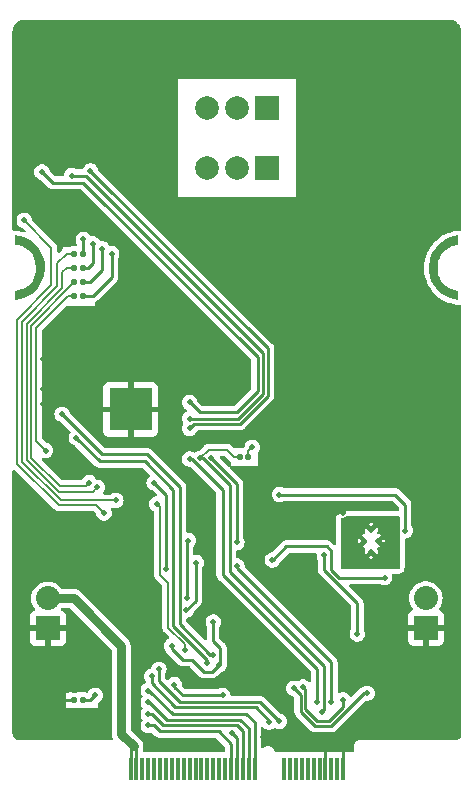
<source format=gbr>
%TF.GenerationSoftware,KiCad,Pcbnew,7.0.6*%
%TF.CreationDate,2023-08-17T07:33:19+09:30*%
%TF.ProjectId,spe-source,7370652d-736f-4757-9263-652e6b696361,V1.0*%
%TF.SameCoordinates,Original*%
%TF.FileFunction,Copper,L2,Bot*%
%TF.FilePolarity,Positive*%
%FSLAX46Y46*%
G04 Gerber Fmt 4.6, Leading zero omitted, Abs format (unit mm)*
G04 Created by KiCad (PCBNEW 7.0.6) date 2023-08-17 07:33:19*
%MOMM*%
%LPD*%
G01*
G04 APERTURE LIST*
G04 Aperture macros list*
%AMRoundRect*
0 Rectangle with rounded corners*
0 $1 Rounding radius*
0 $2 $3 $4 $5 $6 $7 $8 $9 X,Y pos of 4 corners*
0 Add a 4 corners polygon primitive as box body*
4,1,4,$2,$3,$4,$5,$6,$7,$8,$9,$2,$3,0*
0 Add four circle primitives for the rounded corners*
1,1,$1+$1,$2,$3*
1,1,$1+$1,$4,$5*
1,1,$1+$1,$6,$7*
1,1,$1+$1,$8,$9*
0 Add four rect primitives between the rounded corners*
20,1,$1+$1,$2,$3,$4,$5,0*
20,1,$1+$1,$4,$5,$6,$7,0*
20,1,$1+$1,$6,$7,$8,$9,0*
20,1,$1+$1,$8,$9,$2,$3,0*%
G04 Aperture macros list end*
%TA.AperFunction,ComponentPad*%
%ADD10C,0.600000*%
%TD*%
%TA.AperFunction,SMDPad,CuDef*%
%ADD11R,3.600000X3.600000*%
%TD*%
%TA.AperFunction,ComponentPad*%
%ADD12R,2.000000X2.000000*%
%TD*%
%TA.AperFunction,ComponentPad*%
%ADD13C,2.000000*%
%TD*%
%TA.AperFunction,ComponentPad*%
%ADD14R,2.032000X2.032000*%
%TD*%
%TA.AperFunction,ComponentPad*%
%ADD15O,2.032000X2.032000*%
%TD*%
%TA.AperFunction,SMDPad,CuDef*%
%ADD16R,0.350000X1.950000*%
%TD*%
%TA.AperFunction,ComponentPad*%
%ADD17C,0.454000*%
%TD*%
%TA.AperFunction,ComponentPad*%
%ADD18C,0.500000*%
%TD*%
%TA.AperFunction,SMDPad,CuDef*%
%ADD19RoundRect,0.125000X-0.130000X0.125000X-0.130000X-0.125000X0.130000X-0.125000X0.130000X0.125000X0*%
%TD*%
%TA.AperFunction,SMDPad,CuDef*%
%ADD20RoundRect,0.125000X0.130000X-0.125000X0.130000X0.125000X-0.130000X0.125000X-0.130000X-0.125000X0*%
%TD*%
%TA.AperFunction,ViaPad*%
%ADD21C,0.500000*%
%TD*%
%TA.AperFunction,ViaPad*%
%ADD22C,0.800000*%
%TD*%
%TA.AperFunction,Conductor*%
%ADD23C,0.200000*%
%TD*%
%TA.AperFunction,Conductor*%
%ADD24C,0.250000*%
%TD*%
%TA.AperFunction,Conductor*%
%ADD25C,0.800000*%
%TD*%
G04 APERTURE END LIST*
%TA.AperFunction,EtchedComponent*%
%TO.C,X2*%
G36*
X102749999Y-60000000D02*
G01*
X102645308Y-60729623D01*
X102521802Y-61077718D01*
X102353461Y-61406480D01*
X102143226Y-61710165D01*
X101894770Y-61983466D01*
X101612437Y-62221607D01*
X101301158Y-62420427D01*
X100966374Y-62576450D01*
X100613936Y-62686952D01*
X100250001Y-62750000D01*
X100250000Y-62750000D01*
X100250000Y-61950000D01*
X100816787Y-61828553D01*
X101078983Y-61702963D01*
X101318304Y-61537903D01*
X101528858Y-61337437D01*
X101705460Y-61106501D01*
X101843761Y-60850782D01*
X101940356Y-60576576D01*
X101992867Y-60290635D01*
X102000000Y-60000000D01*
X101940356Y-59423424D01*
X101843761Y-59149218D01*
X101705460Y-58893499D01*
X101528858Y-58662563D01*
X101318304Y-58462097D01*
X101078983Y-58297037D01*
X100816787Y-58171447D01*
X100538173Y-58088420D01*
X100250000Y-58050000D01*
X100250000Y-57250000D01*
X100968830Y-57419312D01*
X101304928Y-57574216D01*
X101617377Y-57772541D01*
X101900599Y-58010747D01*
X102149540Y-58284582D01*
X102359756Y-58589158D01*
X102527494Y-58919038D01*
X102649760Y-59268334D01*
X102724373Y-59630812D01*
X102749999Y-60000000D01*
G37*
%TD.AperFunction*%
%TA.AperFunction,EtchedComponent*%
G36*
X135250000Y-59999999D02*
G01*
X135354692Y-59270377D01*
X135478198Y-58922282D01*
X135646539Y-58593520D01*
X135856774Y-58289835D01*
X136105230Y-58016534D01*
X136387563Y-57778393D01*
X136698842Y-57579573D01*
X137033626Y-57423550D01*
X137386064Y-57313048D01*
X137749999Y-57250000D01*
X137750000Y-57250000D01*
X137750000Y-58050000D01*
X137183213Y-58171447D01*
X136921017Y-58297037D01*
X136681696Y-58462097D01*
X136471142Y-58662563D01*
X136294540Y-58893499D01*
X136156239Y-59149218D01*
X136059644Y-59423424D01*
X136007133Y-59709365D01*
X136000000Y-60000000D01*
X136059644Y-60576576D01*
X136156239Y-60850782D01*
X136294540Y-61106501D01*
X136471142Y-61337437D01*
X136681696Y-61537903D01*
X136921017Y-61702963D01*
X137183213Y-61828553D01*
X137461827Y-61911580D01*
X137750000Y-61950000D01*
X137750000Y-62750000D01*
X137031170Y-62580688D01*
X136695072Y-62425784D01*
X136382623Y-62227459D01*
X136099401Y-61989253D01*
X135850460Y-61715418D01*
X135640244Y-61410842D01*
X135472506Y-61080962D01*
X135350240Y-60731666D01*
X135275627Y-60369188D01*
X135250000Y-59999999D01*
G37*
%TD.AperFunction*%
%TD*%
D10*
%TO.P,U4,41,EP(GND)*%
%TO.N,GND*%
X111025000Y-73025000D03*
X111000000Y-72000000D03*
X111000000Y-71000000D03*
X110000000Y-73025000D03*
X110000000Y-72000000D03*
D11*
X110000000Y-72000000D03*
D10*
X110000000Y-71000000D03*
X109000000Y-73025000D03*
X109000000Y-72000000D03*
X109000000Y-71000000D03*
%TD*%
D12*
%TO.P,J1,1,Pin_1*%
%TO.N,Earth*%
X121540000Y-51580000D03*
X121540000Y-46500000D03*
D13*
%TO.P,J1,2,Pin_2*%
%TO.N,Net-(J1-Pin_2)*%
X119000000Y-51580000D03*
X119000000Y-46500000D03*
%TO.P,J1,3,Pin_3*%
%TO.N,Net-(J1-Pin_3)*%
X116460000Y-51580000D03*
X116460000Y-46500000D03*
%TD*%
D14*
%TO.P,P1,1,P1*%
%TO.N,GND*%
X135000000Y-90500000D03*
D15*
%TO.P,P1,2,P2*%
%TO.N,+24V*%
X135000000Y-87960000D03*
%TD*%
D16*
%TO.P,X2,2,GND*%
%TO.N,GND*%
X128000000Y-102475000D03*
%TO.P,X2,4,DFU_FC_TX*%
%TO.N,unconnected-(X2-DFU_FC_TX-Pad4)*%
X127500000Y-102475000D03*
%TO.P,X2,6,DFU_FC_RX*%
%TO.N,unconnected-(X2-DFU_FC_RX-Pad6)*%
X127000000Y-102475000D03*
%TO.P,X2,8,GND*%
%TO.N,GND*%
X126500000Y-102475000D03*
%TO.P,X2,10,~{DFU_ACTIVE}*%
%TO.N,unconnected-(X2-~{DFU_ACTIVE}-Pad10)*%
X126000000Y-102475000D03*
%TO.P,X2,12*%
%TO.N,N/C*%
X125500000Y-102475000D03*
%TO.P,X2,14*%
X125000000Y-102475000D03*
%TO.P,X2,16,FUNC_RTS*%
%TO.N,unconnected-(X2-FUNC_RTS-Pad16)*%
X124500000Y-102475000D03*
%TO.P,X2,18,FUNC_CTS*%
%TO.N,unconnected-(X2-FUNC_CTS-Pad18)*%
X124000000Y-102475000D03*
%TO.P,X2,20*%
%TO.N,N/C*%
X123500000Y-102475000D03*
%TO.P,X2,22*%
X123000000Y-102475000D03*
%TO.P,X2,32,EEPROM_A2*%
%TO.N,Net-(IC1-A2)*%
X120500000Y-102475000D03*
%TO.P,X2,34,EEPROM_A1*%
%TO.N,Net-(IC1-A1)*%
X120000000Y-102475000D03*
%TO.P,X2,36,EEPROM_A0*%
%TO.N,Net-(IC1-A0)*%
X119500000Y-102475000D03*
%TO.P,X2,38,A0*%
%TO.N,/MicroMod Function Board/ANALOG*%
X119000000Y-102475000D03*
%TO.P,X2,40,EEPROM_WP*%
%TO.N,Net-(IC1-WP)*%
X118500000Y-102475000D03*
%TO.P,X2,42*%
%TO.N,N/C*%
X118000000Y-102475000D03*
%TO.P,X2,44*%
X117500000Y-102475000D03*
%TO.P,X2,46*%
X117000000Y-102475000D03*
%TO.P,X2,48*%
X116500000Y-102475000D03*
%TO.P,X2,50*%
X116000000Y-102475000D03*
%TO.P,X2,52*%
X115500000Y-102475000D03*
%TO.P,X2,54*%
X115000000Y-102475000D03*
%TO.P,X2,56*%
X114500000Y-102475000D03*
%TO.P,X2,58*%
X114000000Y-102475000D03*
%TO.P,X2,60*%
X113500000Y-102475000D03*
%TO.P,X2,62*%
X113000000Y-102475000D03*
%TO.P,X2,64*%
X112500000Y-102475000D03*
%TO.P,X2,66,~{DFU_BOOT}*%
%TO.N,unconnected-(X2-~{DFU_BOOT}-Pad66)*%
X112000000Y-102475000D03*
%TO.P,X2,68,~{DFU_RST}*%
%TO.N,unconnected-(X2-~{DFU_RST}-Pad68)*%
X111500000Y-102475000D03*
%TO.P,X2,70,USB_VIN*%
%TO.N,unconnected-(X2-USB_VIN-Pad70)*%
X111000000Y-102475000D03*
%TO.P,X2,72,VCC*%
%TO.N,+POWER*%
X110500000Y-102475000D03*
%TO.P,X2,74,VCC*%
X110000000Y-102475000D03*
D17*
%TO.P,X2,MNT*%
%TO.N,N/C*%
X101000000Y-57900000D03*
X101000000Y-62100000D03*
X102300000Y-60000000D03*
X135700000Y-60000000D03*
X137000000Y-57900000D03*
X137000000Y-62100000D03*
%TD*%
D18*
%TO.P,U8,11,EP*%
%TO.N,Net-(U8-EP)*%
X130955000Y-83120000D03*
X130380000Y-84070000D03*
X130380000Y-82170000D03*
X129805000Y-83120000D03*
%TD*%
D14*
%TO.P,P2,1,P1*%
%TO.N,GND*%
X103000000Y-90525000D03*
D15*
%TO.P,P2,2,P2*%
%TO.N,+POWER*%
X103000000Y-87985000D03*
%TD*%
D19*
%TO.P,SL4,1,1*%
%TO.N,/Ethernet MAC+PHY/CIPO*%
X119250000Y-76000000D03*
%TO.P,SL4,2,2*%
%TO.N,Net-(R15-Pad2)*%
X119950000Y-76000000D03*
%TD*%
D20*
%TO.P,SL2,1,1*%
%TO.N,Net-(IC1-WP)*%
X105950000Y-96600000D03*
%TO.P,SL2,2,2*%
%TO.N,GND*%
X105250000Y-96600000D03*
%TD*%
D19*
%TO.P,SL3,1,1*%
%TO.N,Net-(U4-SPI_CFG1)*%
X105250000Y-58800000D03*
%TO.P,SL3,2,2*%
%TO.N,Net-(R13-Pad5)*%
X105950000Y-58800000D03*
%TD*%
%TO.P,SL7,1,1*%
%TO.N,Net-(U4-~{TX2P4_EN})*%
X105250000Y-61200000D03*
%TO.P,SL7,2,2*%
%TO.N,Net-(R13-Pad7)*%
X105950000Y-61200000D03*
%TD*%
%TO.P,SL5,1,1*%
%TO.N,Net-(U4-TS_TIMER{slash}MS_SEL)*%
X105250000Y-62400000D03*
%TO.P,SL5,2,2*%
%TO.N,Net-(R13-Pad8)*%
X105950000Y-62400000D03*
%TD*%
%TO.P,SL6,1,1*%
%TO.N,Net-(U4-~{SWPD_EN})*%
X105250000Y-60000000D03*
%TO.P,SL6,2,2*%
%TO.N,Net-(R13-Pad6)*%
X105950000Y-60000000D03*
%TD*%
D21*
%TO.N,GND*%
X132400000Y-77500000D03*
X131000000Y-77500000D03*
X120000000Y-77600000D03*
X137000000Y-85600000D03*
X132200000Y-96600000D03*
X123400000Y-97600000D03*
X125200000Y-100400000D03*
X111400000Y-99800000D03*
X112800000Y-100400000D03*
%TO.N,/MicroMod Function Board/24V_ENABLE*%
X122600000Y-79200000D03*
%TO.N,/MicroMod Function Board/24V_FAULT*%
X129200000Y-91000000D03*
X130025572Y-96025572D03*
%TO.N,+3.3V*%
X128000000Y-96600000D03*
%TO.N,GND*%
X128000000Y-94600000D03*
X128600000Y-93400000D03*
%TO.N,/MicroMod Function Board/24V_FAULT*%
X123800000Y-95600000D03*
%TO.N,Net-(X2-F6)*%
X117800000Y-96200000D03*
%TO.N,+3.3V*%
X117524500Y-93600000D03*
X124600000Y-95500000D03*
%TO.N,Net-(X2-F6)*%
X113700000Y-95300000D03*
%TO.N,GND*%
X123000000Y-93000000D03*
X111800000Y-48000000D03*
%TO.N,+3.3V*%
X113475500Y-92000000D03*
%TO.N,GND*%
X122400000Y-86200000D03*
%TO.N,+3.3V*%
X117000000Y-90000000D03*
%TO.N,GND*%
X118800000Y-93200000D03*
%TO.N,/Ethernet MAC+PHY/~{RESET}*%
X114725500Y-89000000D03*
%TO.N,GND*%
X112400000Y-91000000D03*
X111500000Y-82000000D03*
X115400000Y-77600000D03*
%TO.N,/MicroMod Function Board/24V_ENABLE*%
X114600000Y-92400000D03*
X112225500Y-80000000D03*
%TO.N,/MicroMod Function Board/ENABLE_ID_SOURCE*%
X114800000Y-88000000D03*
X114900000Y-83100000D03*
%TO.N,/MicroMod Function Board/SDA*%
X122600000Y-98400000D03*
%TO.N,/MicroMod Function Board/SCL*%
X121737750Y-98479506D03*
%TO.N,+24V*%
X131500000Y-86250000D03*
X122000000Y-84750000D03*
%TO.N,/MicroMod Function Board/SDA*%
X112400000Y-94000000D03*
%TO.N,/MicroMod Function Board/SCL*%
X111800000Y-94600000D03*
%TO.N,/Ethernet MAC+PHY/~{RESET}*%
X115573378Y-84973378D03*
X119000000Y-83250000D03*
%TO.N,Net-(IC1-WP)*%
X111500000Y-98750000D03*
%TO.N,GND*%
X111500000Y-93500000D03*
%TO.N,Net-(IC1-A2)*%
X111500000Y-95800000D03*
%TO.N,Net-(IC1-A1)*%
X111500000Y-96800000D03*
%TO.N,Net-(IC1-A0)*%
X111500000Y-97800000D03*
%TO.N,GND*%
X121250000Y-99750000D03*
X117500000Y-100600000D03*
%TO.N,/Ethernet MAC+PHY/~{CS}*%
X116475500Y-93500000D03*
%TO.N,/Ethernet MAC+PHY/~{INT}*%
X117000000Y-92750000D03*
%TO.N,GND*%
X131750000Y-77500000D03*
X125400000Y-87000000D03*
%TO.N,/Ethernet MAC+PHY/CLK*%
X119000000Y-85250000D03*
X113000000Y-85500000D03*
%TO.N,GND*%
X128000000Y-80750000D03*
%TO.N,/MicroMod Function Board/24V_FAULT*%
X126400500Y-84356927D03*
%TO.N,/MicroMod Function Board/24V_ENABLE*%
X133250000Y-82250000D03*
%TO.N,GND*%
X102600002Y-71500000D03*
X129250000Y-99000000D03*
X104800000Y-66000000D03*
X105000000Y-77500000D03*
X104200000Y-64199998D03*
X107600000Y-93600000D03*
X104800000Y-76800000D03*
X105250000Y-84000000D03*
X102600000Y-70250000D03*
X104800000Y-64800000D03*
D22*
X135250000Y-62750000D03*
D21*
X101500000Y-98500000D03*
X105250000Y-84750000D03*
X105250000Y-85500000D03*
X104200000Y-57521987D03*
X107600000Y-99200000D03*
X117500000Y-66000000D03*
X102600000Y-67750000D03*
X108500000Y-78750000D03*
D22*
X116500000Y-59500000D03*
X111489999Y-40989999D03*
X119500000Y-61750000D03*
D21*
X116725000Y-74500000D03*
%TO.N,Net-(IC1-WP)*%
X107000000Y-96200000D03*
%TO.N,/MicroMod Function Board/24V_ENABLE*%
X107750000Y-80750000D03*
X101000000Y-56000000D03*
%TO.N,Net-(R13-Pad5)*%
X106000000Y-57600000D03*
%TO.N,Net-(R13-Pad6)*%
X106800000Y-58000000D03*
%TO.N,Net-(R13-Pad7)*%
X107600000Y-58400000D03*
%TO.N,Net-(R13-Pad8)*%
X108400000Y-58800004D03*
%TO.N,/Ethernet MAC+PHY/~{INT}*%
X104200000Y-72400000D03*
%TO.N,Net-(R15-Pad2)*%
X120300010Y-75200000D03*
%TO.N,Net-(U4-LED_0)*%
X115000000Y-73600000D03*
X106606589Y-51793412D03*
%TO.N,Net-(U4-LED_1)*%
X115000000Y-71400000D03*
X102499998Y-51899998D03*
%TO.N,Net-(U4-LINK_ST)*%
X105000000Y-52200000D03*
X115025000Y-72775000D03*
%TO.N,Net-(U4-SPI_CFG1)*%
X108750000Y-79700000D03*
%TO.N,/Ethernet MAC+PHY/CIPO*%
X126200000Y-97600000D03*
X115870878Y-76129122D03*
%TO.N,Net-(U4-TS_TIMER{slash}MS_SEL)*%
X102800004Y-75475000D03*
%TO.N,Net-(U4-~{SWPD_EN})*%
X107193410Y-78593410D03*
%TO.N,Net-(U4-~{TX2P4_EN})*%
X106500000Y-78200000D03*
%TO.N,/Ethernet MAC+PHY/COPI*%
X115000000Y-76200000D03*
X125800000Y-96800000D03*
%TO.N,/Ethernet MAC+PHY/~{RESET}*%
X116839896Y-76124050D03*
%TO.N,/Ethernet MAC+PHY/~{CS}*%
X105406587Y-74406587D03*
%TO.N,/Ethernet MAC+PHY/CLK*%
X127000000Y-96800000D03*
X112000000Y-78200000D03*
%TO.N,/MicroMod Function Board/ANALOG*%
X118600000Y-99400000D03*
%TD*%
D23*
%TO.N,/Ethernet MAC+PHY/CIPO*%
X115870878Y-76129122D02*
X116600000Y-75400000D01*
X116600000Y-75400000D02*
X118150000Y-75400000D01*
X118150000Y-75400000D02*
X118750000Y-76000000D01*
X118750000Y-76000000D02*
X119250000Y-76000000D01*
D24*
%TO.N,Net-(IC1-A1)*%
X120000000Y-99000000D02*
X120000000Y-102475000D01*
X111500000Y-96800000D02*
X111600000Y-96800000D01*
X111600000Y-96800000D02*
X113050000Y-98250000D01*
X113050000Y-98250000D02*
X119250000Y-98250000D01*
X119250000Y-98250000D02*
X120000000Y-99000000D01*
%TO.N,Net-(IC1-A2)*%
X111500000Y-95800000D02*
X111600000Y-95800000D01*
X111600000Y-95800000D02*
X113575000Y-97775000D01*
X113575000Y-97775000D02*
X119775000Y-97775000D01*
X119775000Y-97775000D02*
X120500000Y-98500000D01*
X120500000Y-98500000D02*
X120500000Y-102475000D01*
%TO.N,/MicroMod Function Board/24V_ENABLE*%
X133250000Y-82250000D02*
X133250000Y-80050000D01*
X133250000Y-80050000D02*
X132400000Y-79200000D01*
X132400000Y-79200000D02*
X122600000Y-79200000D01*
%TO.N,/Ethernet MAC+PHY/~{RESET}*%
X119000000Y-78284154D02*
X119000000Y-83250000D01*
X116839896Y-76124050D02*
X119000000Y-78284154D01*
%TO.N,/Ethernet MAC+PHY/CIPO*%
X126400000Y-97400000D02*
X126200000Y-97600000D01*
X126400000Y-93750000D02*
X126400000Y-97400000D01*
X118400000Y-85750000D02*
X126400000Y-93750000D01*
X118400000Y-78425911D02*
X118400000Y-85750000D01*
X116103211Y-76129122D02*
X118400000Y-78425911D01*
X115870878Y-76129122D02*
X116103211Y-76129122D01*
%TO.N,/Ethernet MAC+PHY/COPI*%
X115200000Y-76200000D02*
X117800000Y-78800000D01*
X115000000Y-76200000D02*
X115200000Y-76200000D01*
X117800000Y-78800000D02*
X117800000Y-86000000D01*
X117800000Y-86000000D02*
X125800000Y-94000000D01*
X125800000Y-94000000D02*
X125800000Y-96800000D01*
%TO.N,/Ethernet MAC+PHY/~{INT}*%
X117000000Y-92750000D02*
X116750000Y-92750000D01*
X107600000Y-75800000D02*
X104200000Y-72400000D01*
X116750000Y-92750000D02*
X114200000Y-90200000D01*
X114200000Y-90200000D02*
X114200000Y-78600000D01*
X114200000Y-78600000D02*
X111400000Y-75800000D01*
X111400000Y-75800000D02*
X107600000Y-75800000D01*
%TO.N,/Ethernet MAC+PHY/~{CS}*%
X116475500Y-93500000D02*
X116475500Y-93225500D01*
X116475500Y-93225500D02*
X113600000Y-90350000D01*
X107400000Y-76400000D02*
X105406587Y-74406587D01*
X113600000Y-90350000D02*
X113600000Y-78800000D01*
X111200000Y-76400000D02*
X107400000Y-76400000D01*
X113600000Y-78800000D02*
X111200000Y-76400000D01*
%TO.N,/Ethernet MAC+PHY/CLK*%
X112000000Y-78200000D02*
X113000000Y-79200000D01*
X113000000Y-79200000D02*
X113000000Y-85500000D01*
%TO.N,/MicroMod Function Board/24V_FAULT*%
X129200000Y-91000000D02*
X129200000Y-88400000D01*
X129200000Y-88400000D02*
X126400500Y-85600500D01*
X126400500Y-85600500D02*
X126400500Y-84356927D01*
%TO.N,+24V*%
X131500000Y-86250000D02*
X127650000Y-86250000D01*
X127650000Y-86250000D02*
X127000000Y-85600000D01*
X127000000Y-85600000D02*
X127000000Y-84000000D01*
X127000000Y-84000000D02*
X126600000Y-83600000D01*
X126600000Y-83600000D02*
X123200000Y-83600000D01*
X123200000Y-83600000D02*
X122050000Y-84750000D01*
X122050000Y-84750000D02*
X122000000Y-84750000D01*
%TO.N,/MicroMod Function Board/24V_FAULT*%
X130025572Y-96025572D02*
X129774428Y-96025572D01*
X129774428Y-96025572D02*
X127000000Y-98800000D01*
X127000000Y-98800000D02*
X125600000Y-98800000D01*
X125600000Y-98800000D02*
X124400000Y-97600000D01*
X124400000Y-97600000D02*
X124400000Y-96200000D01*
X124400000Y-96200000D02*
X123800000Y-95600000D01*
%TO.N,+3.3V*%
X128000000Y-96600000D02*
X128000000Y-97200000D01*
X128000000Y-97200000D02*
X126800000Y-98400000D01*
X126800000Y-98400000D02*
X125800000Y-98400000D01*
X124800000Y-95700000D02*
X124600000Y-95500000D01*
X125800000Y-98400000D02*
X124800000Y-97400000D01*
X124800000Y-97400000D02*
X124800000Y-95700000D01*
%TO.N,/Ethernet MAC+PHY/CLK*%
X127000000Y-96800000D02*
X127000000Y-93400000D01*
X127000000Y-93400000D02*
X119000000Y-85400000D01*
X119000000Y-85400000D02*
X119000000Y-85250000D01*
%TO.N,Net-(X2-F6)*%
X117800000Y-96200000D02*
X114400000Y-96200000D01*
%TO.N,+3.3V*%
X117524500Y-93600000D02*
X117600000Y-93524500D01*
X117600000Y-93524500D02*
X117600000Y-92200000D01*
X117600000Y-92200000D02*
X117000000Y-91600000D01*
X117000000Y-91600000D02*
X117000000Y-90000000D01*
X113475500Y-92000000D02*
X113475500Y-92275500D01*
X115200000Y-93200000D02*
X116200000Y-94200000D01*
X113475500Y-92275500D02*
X114400000Y-93200000D01*
X116200000Y-94200000D02*
X116924500Y-94200000D01*
X114400000Y-93200000D02*
X115200000Y-93200000D01*
X116924500Y-94200000D02*
X117524500Y-93600000D01*
%TO.N,Net-(X2-F6)*%
X113700000Y-95500000D02*
X113700000Y-95300000D01*
X114400000Y-96200000D02*
X113700000Y-95500000D01*
%TO.N,Net-(IC1-WP)*%
X111500000Y-98750000D02*
X111950000Y-98750000D01*
X111950000Y-98750000D02*
X112450000Y-99250000D01*
X112450000Y-99250000D02*
X117450000Y-99250000D01*
X117450000Y-99250000D02*
X118500000Y-100300000D01*
X118500000Y-100300000D02*
X118500000Y-102475000D01*
%TO.N,Net-(IC1-A0)*%
X111500000Y-97800000D02*
X111800000Y-97800000D01*
X111800000Y-97800000D02*
X112750000Y-98750000D01*
X112750000Y-98750000D02*
X119000000Y-98750000D01*
X119000000Y-98750000D02*
X119500000Y-99250000D01*
X119500000Y-99250000D02*
X119500000Y-102475000D01*
%TO.N,/MicroMod Function Board/SCL*%
X121737750Y-98479506D02*
X121737750Y-98337750D01*
X121737750Y-98337750D02*
X120600000Y-97200000D01*
X120600000Y-97200000D02*
X113800000Y-97200000D01*
X113800000Y-97200000D02*
X111800000Y-95200000D01*
X111800000Y-95200000D02*
X111800000Y-94600000D01*
%TO.N,/MicroMod Function Board/SDA*%
X122600000Y-98400000D02*
X121000000Y-96800000D01*
X121000000Y-96800000D02*
X114200000Y-96800000D01*
X114200000Y-96800000D02*
X112400000Y-95000000D01*
X112400000Y-95000000D02*
X112400000Y-94000000D01*
%TO.N,/MicroMod Function Board/ANALOG*%
X118600000Y-99400000D02*
X119000000Y-99800000D01*
X119000000Y-99800000D02*
X119000000Y-102475000D01*
D25*
%TO.N,+POWER*%
X103000000Y-87985000D02*
X105185000Y-87985000D01*
X105185000Y-87985000D02*
X109200000Y-92000000D01*
X109200000Y-92000000D02*
X109200000Y-99450000D01*
X109200000Y-99450000D02*
X110250000Y-100500000D01*
D23*
%TO.N,/MicroMod Function Board/24V_ENABLE*%
X114600000Y-92400000D02*
X114600000Y-91892893D01*
X114600000Y-91892893D02*
X113200000Y-90492893D01*
X113200000Y-90492893D02*
X113200000Y-86700000D01*
X113200000Y-86700000D02*
X112500000Y-86000000D01*
X112500000Y-86000000D02*
X112500000Y-80274500D01*
X112500000Y-80274500D02*
X112225500Y-80000000D01*
D24*
%TO.N,/MicroMod Function Board/ENABLE_ID_SOURCE*%
X114800000Y-83200000D02*
X114800000Y-88000000D01*
X114900000Y-83100000D02*
X114800000Y-83200000D01*
%TO.N,/Ethernet MAC+PHY/~{RESET}*%
X115573378Y-84973378D02*
X115500000Y-85046756D01*
X115500000Y-85046756D02*
X115500000Y-88225500D01*
X115500000Y-88225500D02*
X114725500Y-89000000D01*
D23*
%TO.N,Net-(U4-SPI_CFG1)*%
X103800000Y-61565686D02*
X103800000Y-59600000D01*
X100800000Y-64565686D02*
X103800000Y-61565686D01*
X100800000Y-76431372D02*
X100800000Y-64565686D01*
X108750000Y-79700000D02*
X104068628Y-79700000D01*
X104068628Y-79700000D02*
X100800000Y-76431372D01*
X103800000Y-59600000D02*
X104600000Y-58800000D01*
X104600000Y-58800000D02*
X105250000Y-58800000D01*
%TO.N,/MicroMod Function Board/24V_ENABLE*%
X107100000Y-80100000D02*
X103902943Y-80100000D01*
X100400000Y-76597058D02*
X100400000Y-64400000D01*
X107750000Y-80750000D02*
X107100000Y-80100000D01*
X103902943Y-80100000D02*
X100400000Y-76597058D01*
X100400000Y-64400000D02*
X103300000Y-61500000D01*
X103300000Y-61500000D02*
X103300000Y-58300000D01*
X103300000Y-58300000D02*
X101000000Y-56000000D01*
D24*
%TO.N,GND*%
X128000000Y-102475000D02*
X128000000Y-100000000D01*
X105250000Y-96600000D02*
X104400000Y-96600000D01*
X128000000Y-100000000D02*
X128400000Y-99600000D01*
X104400000Y-96600000D02*
X104250000Y-96750000D01*
X126500000Y-100300000D02*
X127000000Y-99800000D01*
X126500000Y-102475000D02*
X126500000Y-100300000D01*
%TO.N,+POWER*%
X110000000Y-100750000D02*
X110250000Y-100500000D01*
X110500000Y-102475000D02*
X110500000Y-100750000D01*
X110000000Y-102475000D02*
X110000000Y-100750000D01*
X110500000Y-100750000D02*
X110250000Y-100500000D01*
%TO.N,Net-(IC1-WP)*%
X106600000Y-96600000D02*
X107000000Y-96200000D01*
X105950000Y-96600000D02*
X106600000Y-96600000D01*
%TO.N,Net-(R13-Pad5)*%
X106000000Y-58750000D02*
X106000000Y-57600000D01*
X105950000Y-58800000D02*
X106000000Y-58750000D01*
%TO.N,Net-(R13-Pad6)*%
X105950000Y-60000000D02*
X106400000Y-60000000D01*
X106800000Y-59600000D02*
X106800000Y-58000000D01*
X106400000Y-60000000D02*
X106800000Y-59600000D01*
%TO.N,Net-(R13-Pad7)*%
X106600000Y-61200000D02*
X107600000Y-60200000D01*
X107600000Y-60200000D02*
X107600000Y-58400000D01*
X105950000Y-61200000D02*
X106600000Y-61200000D01*
%TO.N,Net-(R13-Pad8)*%
X108400000Y-60800000D02*
X108400000Y-58800004D01*
X105950000Y-62400000D02*
X106800000Y-62400000D01*
X106800000Y-62400000D02*
X108400000Y-60800000D01*
D23*
%TO.N,Net-(R15-Pad2)*%
X119950000Y-75550010D02*
X120300010Y-75200000D01*
X119950000Y-76000000D02*
X119950000Y-75550010D01*
D24*
%TO.N,Net-(U4-LED_0)*%
X121650000Y-70850000D02*
X119250000Y-73250000D01*
X106606589Y-51793412D02*
X121650000Y-66836823D01*
X121650000Y-66836823D02*
X121650000Y-70850000D01*
X119250000Y-73250000D02*
X115350000Y-73250000D01*
X115350000Y-73250000D02*
X115000000Y-73600000D01*
%TO.N,Net-(U4-LED_1)*%
X102499998Y-51899998D02*
X103400000Y-52800000D01*
X115850000Y-72250000D02*
X115000000Y-71400000D01*
X118977208Y-72250000D02*
X115850000Y-72250000D01*
X120750000Y-70477208D02*
X118977208Y-72250000D01*
X106000000Y-52800000D02*
X120750000Y-67550000D01*
X120750000Y-67550000D02*
X120750000Y-70477208D01*
X103400000Y-52800000D02*
X106000000Y-52800000D01*
%TO.N,Net-(U4-LINK_ST)*%
X119088604Y-72775000D02*
X115025000Y-72775000D01*
X106200000Y-52200000D02*
X121200000Y-67200000D01*
X121200000Y-67200000D02*
X121200000Y-70663604D01*
X121200000Y-70663604D02*
X119088604Y-72775000D01*
X105000000Y-52200000D02*
X106200000Y-52200000D01*
D23*
%TO.N,Net-(U4-TS_TIMER{slash}MS_SEL)*%
X102000000Y-74674996D02*
X102800004Y-75475000D01*
X102000000Y-65062744D02*
X102000000Y-74674996D01*
X104662744Y-62400000D02*
X102000000Y-65062744D01*
X105250000Y-62400000D02*
X104662744Y-62400000D01*
%TO.N,Net-(U4-~{SWPD_EN})*%
X104600000Y-60000000D02*
X104200000Y-60400000D01*
X104200000Y-60400000D02*
X104200000Y-61731372D01*
X101200000Y-64731372D02*
X101200000Y-76265686D01*
X104200000Y-61731372D02*
X101200000Y-64731372D01*
X101200000Y-76265686D02*
X103934314Y-79000000D01*
X103934314Y-79000000D02*
X106786820Y-79000000D01*
X105250000Y-60000000D02*
X104600000Y-60000000D01*
X106786820Y-79000000D02*
X107193410Y-78593410D01*
%TO.N,Net-(U4-~{TX2P4_EN})*%
X101600000Y-76100000D02*
X104000000Y-78500000D01*
X105250000Y-61200000D02*
X105250000Y-61247058D01*
X105250000Y-61247058D02*
X101600000Y-64897058D01*
X104000000Y-78500000D02*
X106200000Y-78500000D01*
X106200000Y-78500000D02*
X106500000Y-78200000D01*
X101600000Y-64897058D02*
X101600000Y-76100000D01*
%TD*%
%TA.AperFunction,Conductor*%
%TO.N,Net-(U8-EP)*%
G36*
X132743039Y-81019685D02*
G01*
X132788794Y-81072489D01*
X132800000Y-81124000D01*
X132800000Y-85376000D01*
X132780315Y-85443039D01*
X132727511Y-85488794D01*
X132676000Y-85500000D01*
X127924000Y-85500000D01*
X127856961Y-85480315D01*
X127811206Y-85427511D01*
X127800000Y-85376000D01*
X127800000Y-84573794D01*
X130159047Y-84573794D01*
X130236417Y-84605841D01*
X130236421Y-84605842D01*
X130379999Y-84624746D01*
X130380001Y-84624746D01*
X130523578Y-84605842D01*
X130523579Y-84605842D01*
X130600952Y-84573793D01*
X130380001Y-84352842D01*
X130159047Y-84573794D01*
X127800000Y-84573794D01*
X127800000Y-83623793D01*
X129584046Y-83623793D01*
X129661417Y-83655841D01*
X129661421Y-83655842D01*
X129780771Y-83671556D01*
X129844667Y-83699823D01*
X129883138Y-83758147D01*
X129883969Y-83828012D01*
X129879147Y-83841946D01*
X129844157Y-83926421D01*
X129825254Y-84069999D01*
X129825254Y-84070000D01*
X129844157Y-84213582D01*
X129876204Y-84290951D01*
X130064664Y-84102492D01*
X130280000Y-84102492D01*
X130318197Y-84155065D01*
X130364162Y-84170000D01*
X130395838Y-84170000D01*
X130441803Y-84155065D01*
X130480000Y-84102492D01*
X130480000Y-84037508D01*
X130441803Y-83984935D01*
X130395838Y-83970000D01*
X130364162Y-83970000D01*
X130318197Y-83984935D01*
X130280000Y-84037508D01*
X130280000Y-84102492D01*
X130064664Y-84102492D01*
X130292319Y-83874838D01*
X130353642Y-83841353D01*
X130423334Y-83846337D01*
X130467681Y-83874838D01*
X130604255Y-84011412D01*
X130604257Y-84011416D01*
X130883793Y-84290952D01*
X130915842Y-84213579D01*
X130915842Y-84213578D01*
X130934746Y-84070000D01*
X130934746Y-84069999D01*
X130915842Y-83926421D01*
X130915842Y-83926420D01*
X130880853Y-83841948D01*
X130873384Y-83772478D01*
X130904659Y-83709999D01*
X130964748Y-83674347D01*
X130979228Y-83671556D01*
X131098578Y-83655842D01*
X131098579Y-83655842D01*
X131175952Y-83623793D01*
X130896422Y-83344263D01*
X130896412Y-83344255D01*
X130759838Y-83207681D01*
X130729702Y-83152492D01*
X130855000Y-83152492D01*
X130893197Y-83205065D01*
X130939162Y-83220000D01*
X130970838Y-83220000D01*
X131016803Y-83205065D01*
X131055000Y-83152492D01*
X131055000Y-83120000D01*
X131237842Y-83120000D01*
X131458793Y-83340952D01*
X131490842Y-83263579D01*
X131490842Y-83263578D01*
X131509746Y-83120000D01*
X131509746Y-83119999D01*
X131490842Y-82976421D01*
X131490841Y-82976417D01*
X131458794Y-82899047D01*
X131237842Y-83120000D01*
X131055000Y-83120000D01*
X131055000Y-83087508D01*
X131016803Y-83034935D01*
X130970838Y-83020000D01*
X130939162Y-83020000D01*
X130893197Y-83034935D01*
X130855000Y-83087508D01*
X130855000Y-83152492D01*
X130729702Y-83152492D01*
X130726353Y-83146358D01*
X130731337Y-83076666D01*
X130759838Y-83032319D01*
X131175951Y-82616205D01*
X131175951Y-82616204D01*
X131098581Y-82584157D01*
X131098583Y-82584157D01*
X130979227Y-82568443D01*
X130915331Y-82540176D01*
X130876861Y-82481851D01*
X130876030Y-82411986D01*
X130880853Y-82398051D01*
X130915842Y-82313579D01*
X130915842Y-82313578D01*
X130934746Y-82170000D01*
X130934746Y-82169999D01*
X130915842Y-82026421D01*
X130915841Y-82026417D01*
X130883793Y-81949046D01*
X130626532Y-82206308D01*
X130626524Y-82206319D01*
X130467682Y-82365162D01*
X130406358Y-82398647D01*
X130336667Y-82393663D01*
X130292319Y-82365162D01*
X130129649Y-82202492D01*
X130280000Y-82202492D01*
X130318197Y-82255065D01*
X130364162Y-82270000D01*
X130395838Y-82270000D01*
X130441803Y-82255065D01*
X130480000Y-82202492D01*
X130480000Y-82137508D01*
X130441803Y-82084935D01*
X130395838Y-82070000D01*
X130364162Y-82070000D01*
X130318197Y-82084935D01*
X130280000Y-82137508D01*
X130280000Y-82202492D01*
X130129649Y-82202492D01*
X130114598Y-82187441D01*
X130114596Y-82187438D01*
X129876205Y-81949047D01*
X129844157Y-82026421D01*
X129825254Y-82169999D01*
X129825254Y-82170000D01*
X129844157Y-82313578D01*
X129844158Y-82313582D01*
X129879146Y-82398052D01*
X129886615Y-82467521D01*
X129855339Y-82530000D01*
X129795250Y-82565652D01*
X129780772Y-82568443D01*
X129661420Y-82584157D01*
X129584046Y-82616205D01*
X129822435Y-82854593D01*
X129822441Y-82854598D01*
X130000161Y-83032319D01*
X130033646Y-83093642D01*
X130028662Y-83163334D01*
X130000162Y-83207681D01*
X129841321Y-83366523D01*
X129841314Y-83366526D01*
X129584046Y-83623793D01*
X127800000Y-83623793D01*
X127800000Y-83340951D01*
X127800000Y-83120000D01*
X129250254Y-83120000D01*
X129269157Y-83263582D01*
X129301204Y-83340951D01*
X129301205Y-83340952D01*
X129489665Y-83152492D01*
X129705000Y-83152492D01*
X129743197Y-83205065D01*
X129789162Y-83220000D01*
X129820838Y-83220000D01*
X129866803Y-83205065D01*
X129905000Y-83152492D01*
X129905000Y-83087508D01*
X129866803Y-83034935D01*
X129820838Y-83020000D01*
X129789162Y-83020000D01*
X129743197Y-83034935D01*
X129705000Y-83087508D01*
X129705000Y-83152492D01*
X129489665Y-83152492D01*
X129522157Y-83120000D01*
X129522157Y-83119999D01*
X129301205Y-82899047D01*
X129269157Y-82976421D01*
X129250254Y-83119999D01*
X129250254Y-83120000D01*
X127800000Y-83120000D01*
X127800000Y-81666205D01*
X130159047Y-81666205D01*
X130380000Y-81887157D01*
X130380001Y-81887157D01*
X130600952Y-81666205D01*
X130600951Y-81666204D01*
X130523581Y-81634157D01*
X130523583Y-81634157D01*
X130380001Y-81615254D01*
X130379999Y-81615254D01*
X130236421Y-81634157D01*
X130159047Y-81666205D01*
X127800000Y-81666205D01*
X127800000Y-81268996D01*
X127819684Y-81201961D01*
X127872488Y-81156206D01*
X127941646Y-81146262D01*
X127943397Y-81146527D01*
X127999998Y-81155492D01*
X128000000Y-81155492D01*
X128000003Y-81155492D01*
X128125300Y-81135647D01*
X128125301Y-81135647D01*
X128125302Y-81135646D01*
X128125304Y-81135646D01*
X128238342Y-81078050D01*
X128280071Y-81036320D01*
X128341395Y-81002834D01*
X128367754Y-81000000D01*
X132676000Y-81000000D01*
X132743039Y-81019685D01*
G37*
%TD.AperFunction*%
%TD*%
%TA.AperFunction,Conductor*%
%TO.N,GND*%
G36*
X137002695Y-39000735D02*
G01*
X137045519Y-39004482D01*
X137171771Y-39016918D01*
X137191685Y-39020541D01*
X137258349Y-39038403D01*
X137351570Y-39066682D01*
X137367971Y-39072958D01*
X137435411Y-39104406D01*
X137438375Y-39105888D01*
X137475969Y-39125982D01*
X137522327Y-39150762D01*
X137528667Y-39154657D01*
X137594828Y-39200983D01*
X137598600Y-39203844D01*
X137670808Y-39263103D01*
X137675309Y-39267182D01*
X137732815Y-39324688D01*
X137736895Y-39329190D01*
X137796154Y-39401398D01*
X137799015Y-39405170D01*
X137845341Y-39471331D01*
X137849236Y-39477671D01*
X137894101Y-39561605D01*
X137895614Y-39564631D01*
X137927040Y-39632027D01*
X137933319Y-39648435D01*
X137961601Y-39741669D01*
X137979454Y-39808299D01*
X137983082Y-39828238D01*
X137995523Y-39954554D01*
X137999264Y-39997302D01*
X137999500Y-40002710D01*
X137999500Y-56738839D01*
X137979815Y-56805878D01*
X137927011Y-56851633D01*
X137857853Y-56861577D01*
X137856094Y-56861311D01*
X137849644Y-56860289D01*
X137832443Y-56856290D01*
X137807636Y-56848625D01*
X137807633Y-56848624D01*
X137789298Y-56848889D01*
X137768119Y-56847376D01*
X137750005Y-56844508D01*
X137750002Y-56844508D01*
X137750000Y-56844508D01*
X137724012Y-56848624D01*
X137721114Y-56849083D01*
X137717193Y-56849576D01*
X137712703Y-56849996D01*
X137684492Y-56854882D01*
X137622489Y-56864703D01*
X137610121Y-56867766D01*
X137322584Y-56917579D01*
X137296321Y-56921461D01*
X137296276Y-56921471D01*
X137295431Y-56921736D01*
X137287553Y-56923644D01*
X137286695Y-56923793D01*
X137286635Y-56923808D01*
X137261509Y-56932375D01*
X136918538Y-57039909D01*
X136893017Y-57047221D01*
X136893003Y-57047226D01*
X136892201Y-57047600D01*
X136884588Y-57050552D01*
X136883747Y-57050815D01*
X136883731Y-57050822D01*
X136867840Y-57058713D01*
X136859949Y-57062632D01*
X136726776Y-57124696D01*
X136534161Y-57214462D01*
X136509819Y-57225081D01*
X136509809Y-57225086D01*
X136509055Y-57225568D01*
X136501900Y-57229497D01*
X136501104Y-57229868D01*
X136501095Y-57229872D01*
X136479085Y-57244710D01*
X136479085Y-57244711D01*
X136176175Y-57438186D01*
X136153434Y-57451931D01*
X136153431Y-57451933D01*
X136153414Y-57451945D01*
X136152741Y-57452513D01*
X136146161Y-57457357D01*
X136145426Y-57457826D01*
X136145417Y-57457833D01*
X136145415Y-57457834D01*
X136145416Y-57457834D01*
X136125565Y-57475437D01*
X135864693Y-57695477D01*
X135850804Y-57707192D01*
X135830090Y-57723802D01*
X135830071Y-57723820D01*
X135829466Y-57724485D01*
X135823606Y-57730131D01*
X135822929Y-57730702D01*
X135822913Y-57730718D01*
X135805558Y-57750786D01*
X135563749Y-58016774D01*
X135545423Y-58035956D01*
X135545394Y-58035991D01*
X135544891Y-58036718D01*
X135539852Y-58043056D01*
X135539250Y-58043718D01*
X135539229Y-58043746D01*
X135539226Y-58043751D01*
X135524650Y-58065962D01*
X135320077Y-58361468D01*
X135317154Y-58365475D01*
X135304423Y-58382924D01*
X135304405Y-58382952D01*
X135303999Y-58383746D01*
X135299824Y-58390721D01*
X135299319Y-58391450D01*
X135299306Y-58391473D01*
X135287797Y-58415392D01*
X135246788Y-58495481D01*
X135123983Y-58735312D01*
X135111293Y-58758651D01*
X135111287Y-58758665D01*
X135110989Y-58759506D01*
X135107759Y-58766997D01*
X135107357Y-58767781D01*
X135107345Y-58767811D01*
X135099100Y-58793012D01*
X135001315Y-59068615D01*
X134994194Y-59082392D01*
X134995054Y-59082815D01*
X134990751Y-59091573D01*
X134974478Y-59144255D01*
X134966706Y-59166160D01*
X134966704Y-59166168D01*
X134965838Y-59170823D01*
X134964125Y-59177771D01*
X134962732Y-59182280D01*
X134962728Y-59182296D01*
X134959428Y-59205292D01*
X134949344Y-59259517D01*
X134949083Y-59269268D01*
X134948123Y-59269242D01*
X134948027Y-59284748D01*
X134863276Y-59875398D01*
X134858602Y-59892147D01*
X134858967Y-59892239D01*
X134856603Y-59901697D01*
X134852448Y-59948910D01*
X134851924Y-59953173D01*
X134849498Y-59968487D01*
X134849275Y-59971319D01*
X134849083Y-59974318D01*
X134849197Y-59982148D01*
X134848965Y-59988480D01*
X134848279Y-59996285D01*
X134848278Y-59996291D01*
X134849351Y-60011728D01*
X134849500Y-60016024D01*
X134849500Y-60031525D01*
X134849855Y-60036045D01*
X134850039Y-60039997D01*
X134850465Y-60069257D01*
X134852132Y-60078868D01*
X134851760Y-60078932D01*
X134855198Y-60095985D01*
X134875765Y-60392267D01*
X134876996Y-60419056D01*
X134876999Y-60419083D01*
X134877111Y-60419626D01*
X134878227Y-60427768D01*
X134878267Y-60428339D01*
X134878270Y-60428360D01*
X134884296Y-60454525D01*
X134957024Y-60807848D01*
X134961816Y-60834238D01*
X134961818Y-60834245D01*
X134962003Y-60834773D01*
X134964199Y-60842712D01*
X134964311Y-60843256D01*
X134964319Y-60843285D01*
X134973782Y-60868422D01*
X135092952Y-61208873D01*
X135101221Y-61234394D01*
X135101223Y-61234397D01*
X135101470Y-61234883D01*
X135104722Y-61242501D01*
X135104904Y-61243021D01*
X135104904Y-61243023D01*
X135112393Y-61256936D01*
X135117625Y-61266656D01*
X135281128Y-61588206D01*
X135292726Y-61612399D01*
X135292728Y-61612402D01*
X135292734Y-61612413D01*
X135293041Y-61612857D01*
X135297272Y-61619959D01*
X135297518Y-61620443D01*
X135297526Y-61620456D01*
X135297531Y-61620465D01*
X135313287Y-61642189D01*
X135518189Y-61939066D01*
X135532912Y-61961501D01*
X135532917Y-61961506D01*
X135532918Y-61961508D01*
X135533288Y-61961916D01*
X135538423Y-61968383D01*
X135538736Y-61968837D01*
X135538745Y-61968848D01*
X135538750Y-61968855D01*
X135538756Y-61968861D01*
X135557261Y-61988285D01*
X135799908Y-62255196D01*
X135817492Y-62275471D01*
X135817914Y-62275826D01*
X135823871Y-62281557D01*
X135824250Y-62281974D01*
X135824259Y-62281982D01*
X135845187Y-62298765D01*
X136121275Y-62530971D01*
X136141384Y-62548702D01*
X136141390Y-62548707D01*
X136141850Y-62548999D01*
X136148514Y-62553882D01*
X136148942Y-62554242D01*
X136148953Y-62554250D01*
X136148956Y-62554252D01*
X136160458Y-62561180D01*
X136171961Y-62568110D01*
X136363258Y-62689535D01*
X136476475Y-62761399D01*
X136498809Y-62776319D01*
X136499299Y-62776544D01*
X136506595Y-62780518D01*
X136507054Y-62780809D01*
X136507059Y-62780811D01*
X136507062Y-62780813D01*
X136515352Y-62784401D01*
X136531663Y-62791461D01*
X136798667Y-62914520D01*
X136811992Y-62923009D01*
X136812442Y-62922269D01*
X136820783Y-62927330D01*
X136820785Y-62927331D01*
X136820789Y-62927334D01*
X136871441Y-62948060D01*
X136892157Y-62957608D01*
X136897170Y-62959021D01*
X136903834Y-62961314D01*
X136908670Y-62963294D01*
X136930881Y-62968525D01*
X136983548Y-62983374D01*
X136983548Y-62983373D01*
X136983549Y-62983374D01*
X136993248Y-62984521D01*
X136993145Y-62985383D01*
X137008877Y-62986895D01*
X137596643Y-63125338D01*
X137624508Y-63135550D01*
X137624696Y-63135646D01*
X137670372Y-63142879D01*
X137674875Y-63143764D01*
X137688859Y-63147059D01*
X137697761Y-63147720D01*
X137701189Y-63147976D01*
X137706289Y-63148568D01*
X137750000Y-63155492D01*
X137752464Y-63155101D01*
X137781057Y-63153916D01*
X137783552Y-63154102D01*
X137826550Y-63143582D01*
X137831576Y-63142570D01*
X137856106Y-63138686D01*
X137925397Y-63147642D01*
X137978848Y-63192639D01*
X137999487Y-63259391D01*
X137999500Y-63261160D01*
X137999500Y-99496514D01*
X137999110Y-99503462D01*
X137996530Y-99526351D01*
X137986066Y-99605829D01*
X137980169Y-99630597D01*
X137968223Y-99664735D01*
X137966983Y-99667984D01*
X137944536Y-99722180D01*
X137934967Y-99740702D01*
X137913097Y-99775508D01*
X137909786Y-99780267D01*
X137873005Y-99828200D01*
X137867653Y-99834304D01*
X137834304Y-99867653D01*
X137828200Y-99873005D01*
X137780267Y-99909786D01*
X137775508Y-99913097D01*
X137740702Y-99934967D01*
X137722180Y-99944536D01*
X137667984Y-99966983D01*
X137664735Y-99968223D01*
X137630597Y-99980169D01*
X137605829Y-99986066D01*
X137526351Y-99996530D01*
X137505688Y-99998859D01*
X137503460Y-99999110D01*
X137496514Y-99999500D01*
X129507936Y-99999500D01*
X129483437Y-99992306D01*
X129432830Y-99998969D01*
X129424728Y-99999500D01*
X129368604Y-99999500D01*
X129360930Y-100001252D01*
X129337208Y-99999797D01*
X129309941Y-100011092D01*
X129290085Y-100017420D01*
X129258650Y-100024595D01*
X129258647Y-100024596D01*
X129237006Y-100035018D01*
X129211104Y-100039282D01*
X129192526Y-100053538D01*
X129170844Y-100066881D01*
X129157034Y-100073531D01*
X129157027Y-100073536D01*
X129127644Y-100096968D01*
X129101094Y-100107806D01*
X129089878Y-100122424D01*
X129073728Y-100138880D01*
X129073778Y-100138930D01*
X129063930Y-100148778D01*
X129063880Y-100148728D01*
X129047424Y-100164878D01*
X129038757Y-100171527D01*
X129038118Y-100176173D01*
X129021968Y-100202644D01*
X128998536Y-100232027D01*
X128998531Y-100232034D01*
X128991881Y-100245844D01*
X128978538Y-100267526D01*
X128970113Y-100278504D01*
X128970308Y-100280325D01*
X128960018Y-100312006D01*
X128949596Y-100333647D01*
X128949595Y-100333650D01*
X128942420Y-100365085D01*
X128936092Y-100384941D01*
X128928971Y-100402133D01*
X128926252Y-100435930D01*
X128924500Y-100443604D01*
X128924500Y-100499727D01*
X128923969Y-100507828D01*
X128918868Y-100546572D01*
X128924500Y-100582981D01*
X128924500Y-100876000D01*
X128904815Y-100943039D01*
X128852011Y-100988794D01*
X128800500Y-101000000D01*
X122315972Y-101000000D01*
X122248933Y-100980315D01*
X122203178Y-100927511D01*
X122195575Y-100905676D01*
X122195345Y-100904746D01*
X122190601Y-100885496D01*
X122167897Y-100842238D01*
X122164672Y-100826140D01*
X122154619Y-100813039D01*
X122143199Y-100795179D01*
X122122831Y-100756372D01*
X122122830Y-100756371D01*
X122084620Y-100713239D01*
X122076995Y-100697016D01*
X122065358Y-100688087D01*
X122048029Y-100671937D01*
X122026131Y-100647218D01*
X121972029Y-100609875D01*
X121959815Y-100594804D01*
X121947916Y-100589875D01*
X121924931Y-100577365D01*
X121906120Y-100564381D01*
X121906118Y-100564380D01*
X121906116Y-100564379D01*
X121881570Y-100555070D01*
X121837336Y-100538294D01*
X121820808Y-100525779D01*
X121809877Y-100524340D01*
X121782095Y-100517344D01*
X121769766Y-100512668D01*
X121769762Y-100512667D01*
X121698002Y-100503954D01*
X121689120Y-100502875D01*
X121668983Y-100494208D01*
X121659956Y-100495397D01*
X121628831Y-100495555D01*
X121625000Y-100495090D01*
X121624996Y-100495090D01*
X121621164Y-100495555D01*
X121590353Y-100495398D01*
X121589952Y-100495703D01*
X121560878Y-100502876D01*
X121480237Y-100512667D01*
X121480233Y-100512668D01*
X121467908Y-100517343D01*
X121440125Y-100524339D01*
X121438518Y-100524550D01*
X121412662Y-100538295D01*
X121390838Y-100546572D01*
X121343884Y-100564379D01*
X121343883Y-100564379D01*
X121343882Y-100564380D01*
X121325070Y-100577365D01*
X121302085Y-100589874D01*
X121298391Y-100591403D01*
X121277969Y-100609876D01*
X121219938Y-100649931D01*
X121153583Y-100671813D01*
X121085932Y-100654347D01*
X121038462Y-100603079D01*
X121025500Y-100547884D01*
X121025500Y-98990672D01*
X121045185Y-98923633D01*
X121097989Y-98877879D01*
X121167147Y-98867935D01*
X121230703Y-98896960D01*
X121242318Y-98908449D01*
X121247264Y-98914032D01*
X121247267Y-98914036D01*
X121365510Y-99018789D01*
X121365512Y-99018790D01*
X121505384Y-99092202D01*
X121658764Y-99130006D01*
X121658765Y-99130006D01*
X121816735Y-99130006D01*
X121970115Y-99092202D01*
X122018018Y-99067060D01*
X122109990Y-99018789D01*
X122146093Y-98986804D01*
X122209327Y-98957082D01*
X122278590Y-98966266D01*
X122285947Y-98969823D01*
X122367634Y-99012696D01*
X122521014Y-99050500D01*
X122521015Y-99050500D01*
X122678985Y-99050500D01*
X122832365Y-99012696D01*
X122832364Y-99012695D01*
X122972240Y-98939283D01*
X123090483Y-98834530D01*
X123180220Y-98704523D01*
X123236237Y-98556818D01*
X123255278Y-98400000D01*
X123250044Y-98356889D01*
X123236237Y-98243181D01*
X123183651Y-98104524D01*
X123180220Y-98095477D01*
X123090483Y-97965470D01*
X122972240Y-97860717D01*
X122972238Y-97860716D01*
X122972237Y-97860715D01*
X122832366Y-97787304D01*
X122730706Y-97762247D01*
X122672700Y-97729531D01*
X121377941Y-96434772D01*
X121370499Y-96426804D01*
X121334755Y-96388531D01*
X121298775Y-96366651D01*
X121293529Y-96363081D01*
X121278462Y-96351655D01*
X121259976Y-96337636D01*
X121251406Y-96334256D01*
X121244485Y-96331527D01*
X121225553Y-96322124D01*
X121211329Y-96313474D01*
X121170785Y-96302113D01*
X121164766Y-96300089D01*
X121131025Y-96286784D01*
X121125589Y-96284641D01*
X121125585Y-96284640D01*
X121125583Y-96284640D01*
X121109022Y-96282937D01*
X121088255Y-96278990D01*
X121072231Y-96274500D01*
X121072228Y-96274500D01*
X121030120Y-96274500D01*
X121023778Y-96274175D01*
X121005853Y-96272332D01*
X120981892Y-96269869D01*
X120981888Y-96269869D01*
X120972576Y-96271474D01*
X120965485Y-96272697D01*
X120944420Y-96274500D01*
X118574178Y-96274500D01*
X118507139Y-96254815D01*
X118461384Y-96202011D01*
X118451082Y-96165446D01*
X118449366Y-96151310D01*
X118436237Y-96043182D01*
X118380220Y-95895477D01*
X118290483Y-95765470D01*
X118172240Y-95660717D01*
X118172238Y-95660716D01*
X118172237Y-95660715D01*
X118032365Y-95587303D01*
X117878986Y-95549500D01*
X117878985Y-95549500D01*
X117721015Y-95549500D01*
X117721014Y-95549500D01*
X117567634Y-95587303D01*
X117428561Y-95660296D01*
X117370935Y-95674500D01*
X114669031Y-95674500D01*
X114601992Y-95654815D01*
X114581350Y-95638181D01*
X114385831Y-95442662D01*
X114352346Y-95381339D01*
X114350416Y-95340038D01*
X114355278Y-95300000D01*
X114336237Y-95143182D01*
X114280220Y-94995477D01*
X114190483Y-94865470D01*
X114072240Y-94760717D01*
X114072238Y-94760716D01*
X114072237Y-94760715D01*
X113932365Y-94687303D01*
X113778986Y-94649500D01*
X113778985Y-94649500D01*
X113621015Y-94649500D01*
X113621014Y-94649500D01*
X113467634Y-94687303D01*
X113327762Y-94760715D01*
X113209512Y-94865474D01*
X113204543Y-94871084D01*
X113202677Y-94869431D01*
X113157688Y-94905869D01*
X113088237Y-94913507D01*
X113025682Y-94882386D01*
X113022274Y-94879105D01*
X112961819Y-94818650D01*
X112928334Y-94757327D01*
X112925500Y-94730969D01*
X112925500Y-94422438D01*
X112945185Y-94355399D01*
X112947427Y-94352030D01*
X112980220Y-94304523D01*
X113036237Y-94156818D01*
X113055278Y-94000000D01*
X113053737Y-93987304D01*
X113036237Y-93843181D01*
X113005380Y-93761819D01*
X112980220Y-93695477D01*
X112890483Y-93565470D01*
X112772240Y-93460717D01*
X112772238Y-93460716D01*
X112772237Y-93460715D01*
X112632365Y-93387303D01*
X112478986Y-93349500D01*
X112478985Y-93349500D01*
X112321015Y-93349500D01*
X112321014Y-93349500D01*
X112167634Y-93387303D01*
X112027762Y-93460715D01*
X111909516Y-93565471D01*
X111819781Y-93695475D01*
X111819780Y-93695476D01*
X111763763Y-93843181D01*
X111762091Y-93856951D01*
X111734469Y-93921129D01*
X111676534Y-93960185D01*
X111668670Y-93962401D01*
X111567633Y-93987304D01*
X111427762Y-94060715D01*
X111309516Y-94165471D01*
X111219781Y-94295475D01*
X111219780Y-94295476D01*
X111163762Y-94443181D01*
X111144722Y-94599999D01*
X111144722Y-94600000D01*
X111163762Y-94756818D01*
X111219779Y-94904521D01*
X111219780Y-94904523D01*
X111252550Y-94951999D01*
X111274433Y-95018352D01*
X111274500Y-95022438D01*
X111274500Y-95108740D01*
X111254815Y-95175779D01*
X111208127Y-95218536D01*
X111127761Y-95260716D01*
X111009516Y-95365471D01*
X110919781Y-95495475D01*
X110919780Y-95495476D01*
X110863762Y-95643181D01*
X110844722Y-95799999D01*
X110844722Y-95800000D01*
X110863762Y-95956818D01*
X110919780Y-96104523D01*
X110985682Y-96199999D01*
X111006086Y-96229559D01*
X111027969Y-96295913D01*
X111010504Y-96363565D01*
X111006087Y-96370438D01*
X110919780Y-96495476D01*
X110863762Y-96643181D01*
X110844722Y-96799999D01*
X110844722Y-96800000D01*
X110863762Y-96956818D01*
X110919780Y-97104523D01*
X110919781Y-97104524D01*
X111006086Y-97229560D01*
X111027969Y-97295915D01*
X111010503Y-97363566D01*
X111006086Y-97370440D01*
X110919781Y-97495475D01*
X110919780Y-97495476D01*
X110863762Y-97643181D01*
X110844722Y-97799999D01*
X110844722Y-97800000D01*
X110863762Y-97956818D01*
X110919780Y-98104523D01*
X110919781Y-98104524D01*
X110988830Y-98204560D01*
X111010713Y-98270915D01*
X110993247Y-98338566D01*
X110988830Y-98345440D01*
X110919781Y-98445475D01*
X110919780Y-98445476D01*
X110863762Y-98593181D01*
X110844722Y-98749999D01*
X110844722Y-98750000D01*
X110863762Y-98906818D01*
X110906228Y-99018789D01*
X110919780Y-99054523D01*
X111009517Y-99184530D01*
X111127760Y-99289283D01*
X111127762Y-99289284D01*
X111267634Y-99362696D01*
X111421014Y-99400500D01*
X111421015Y-99400500D01*
X111578985Y-99400500D01*
X111732365Y-99362696D01*
X111732367Y-99362694D01*
X111734387Y-99362197D01*
X111804189Y-99365266D01*
X111851743Y-99394913D01*
X112072073Y-99615243D01*
X112115245Y-99661469D01*
X112151220Y-99683346D01*
X112156454Y-99686907D01*
X112190025Y-99712365D01*
X112190028Y-99712366D01*
X112190028Y-99712367D01*
X112205509Y-99718471D01*
X112224451Y-99727878D01*
X112238672Y-99736526D01*
X112279225Y-99747887D01*
X112285223Y-99749905D01*
X112324411Y-99765359D01*
X112340977Y-99767061D01*
X112361741Y-99771008D01*
X112377772Y-99775500D01*
X112419872Y-99775500D01*
X112426213Y-99775824D01*
X112468110Y-99780132D01*
X112484517Y-99777303D01*
X112505586Y-99775500D01*
X117180968Y-99775500D01*
X117248007Y-99795185D01*
X117268649Y-99811819D01*
X117938180Y-100481350D01*
X117971665Y-100542673D01*
X117974499Y-100569031D01*
X117974500Y-100876000D01*
X117954816Y-100943039D01*
X117902012Y-100988794D01*
X117850500Y-101000000D01*
X111149500Y-101000000D01*
X111082461Y-100980315D01*
X111036706Y-100927511D01*
X111025500Y-100876000D01*
X111025500Y-100758983D01*
X111025589Y-100756371D01*
X111027477Y-100701108D01*
X111030511Y-100677769D01*
X111050500Y-100590194D01*
X111050500Y-100409806D01*
X111050499Y-100409804D01*
X111050499Y-100409799D01*
X111010360Y-100233939D01*
X110932092Y-100071415D01*
X110932091Y-100071414D01*
X110932091Y-100071413D01*
X110847826Y-99965748D01*
X110036818Y-99154741D01*
X110003334Y-99093418D01*
X110000500Y-99067060D01*
X110000500Y-91909805D01*
X110000499Y-91909802D01*
X109999002Y-91903243D01*
X109991203Y-91869076D01*
X109990044Y-91862251D01*
X109985368Y-91820745D01*
X109971574Y-91781324D01*
X109969652Y-91774655D01*
X109960359Y-91733939D01*
X109942245Y-91696326D01*
X109939583Y-91689898D01*
X109925789Y-91650478D01*
X109924466Y-91648372D01*
X109903563Y-91615106D01*
X109900213Y-91609044D01*
X109882091Y-91571413D01*
X109856049Y-91538757D01*
X109852038Y-91533104D01*
X109838017Y-91510790D01*
X109829818Y-91497740D01*
X105687262Y-87355184D01*
X105687259Y-87355182D01*
X105651904Y-87332966D01*
X105646229Y-87328940D01*
X105613589Y-87302910D01*
X105575959Y-87284787D01*
X105569872Y-87281422D01*
X105534525Y-87259212D01*
X105495114Y-87245421D01*
X105488688Y-87242759D01*
X105451061Y-87224639D01*
X105410345Y-87215345D01*
X105403662Y-87213420D01*
X105364259Y-87199632D01*
X105322763Y-87194955D01*
X105315908Y-87193791D01*
X105275200Y-87184501D01*
X105275196Y-87184500D01*
X105275194Y-87184500D01*
X105275191Y-87184500D01*
X104236130Y-87184500D01*
X104169091Y-87164815D01*
X104132323Y-87128324D01*
X104121649Y-87111986D01*
X103962658Y-86939275D01*
X103962653Y-86939271D01*
X103962651Y-86939269D01*
X103777415Y-86795094D01*
X103777409Y-86795090D01*
X103570953Y-86683361D01*
X103570944Y-86683358D01*
X103348924Y-86607138D01*
X103117375Y-86568500D01*
X102882625Y-86568500D01*
X102651075Y-86607138D01*
X102429055Y-86683358D01*
X102429046Y-86683361D01*
X102222590Y-86795090D01*
X102222584Y-86795094D01*
X102037348Y-86939269D01*
X102037345Y-86939272D01*
X101878346Y-87111991D01*
X101749955Y-87308510D01*
X101655657Y-87523486D01*
X101598030Y-87751049D01*
X101598028Y-87751060D01*
X101578645Y-87984993D01*
X101578645Y-87985006D01*
X101598028Y-88218939D01*
X101598030Y-88218950D01*
X101655657Y-88446513D01*
X101749955Y-88661489D01*
X101875879Y-88854232D01*
X101896067Y-88921122D01*
X101876886Y-88988307D01*
X101824427Y-89034457D01*
X101815404Y-89038235D01*
X101741912Y-89065646D01*
X101741906Y-89065649D01*
X101626812Y-89151809D01*
X101626809Y-89151812D01*
X101540649Y-89266906D01*
X101540645Y-89266913D01*
X101490403Y-89401620D01*
X101490401Y-89401627D01*
X101484000Y-89461155D01*
X101484000Y-90275000D01*
X102556804Y-90275000D01*
X102533155Y-90311799D01*
X102492000Y-90451961D01*
X102492000Y-90598039D01*
X102533155Y-90738201D01*
X102556804Y-90775000D01*
X101484000Y-90775000D01*
X101484000Y-91588844D01*
X101490401Y-91648372D01*
X101490403Y-91648379D01*
X101540645Y-91783086D01*
X101540649Y-91783093D01*
X101626809Y-91898187D01*
X101626812Y-91898190D01*
X101741906Y-91984350D01*
X101741913Y-91984354D01*
X101876620Y-92034596D01*
X101876627Y-92034598D01*
X101936155Y-92040999D01*
X101936172Y-92041000D01*
X102750000Y-92041000D01*
X102750000Y-90969297D01*
X102855408Y-91017435D01*
X102963666Y-91033000D01*
X103036334Y-91033000D01*
X103144592Y-91017435D01*
X103249999Y-90969297D01*
X103249999Y-92041000D01*
X104063828Y-92041000D01*
X104063844Y-92040999D01*
X104123372Y-92034598D01*
X104123379Y-92034596D01*
X104258086Y-91984354D01*
X104258093Y-91984350D01*
X104373187Y-91898190D01*
X104373190Y-91898187D01*
X104459350Y-91783093D01*
X104459354Y-91783086D01*
X104509596Y-91648379D01*
X104509598Y-91648372D01*
X104515999Y-91588844D01*
X104516000Y-91588827D01*
X104516000Y-90775000D01*
X103443196Y-90775000D01*
X103466845Y-90738201D01*
X103508000Y-90598039D01*
X103508000Y-90451961D01*
X103466845Y-90311799D01*
X103443196Y-90275000D01*
X104516000Y-90275000D01*
X104516000Y-89461172D01*
X104515999Y-89461155D01*
X104509598Y-89401627D01*
X104509596Y-89401620D01*
X104459354Y-89266913D01*
X104459350Y-89266906D01*
X104373190Y-89151812D01*
X104373187Y-89151809D01*
X104258093Y-89065649D01*
X104258086Y-89065645D01*
X104184595Y-89038235D01*
X104128661Y-88996364D01*
X104104244Y-88930899D01*
X104119096Y-88862626D01*
X104124109Y-88854248D01*
X104132325Y-88841673D01*
X104185472Y-88796320D01*
X104236130Y-88785500D01*
X104802060Y-88785500D01*
X104869099Y-88805185D01*
X104889741Y-88821819D01*
X108363180Y-92295258D01*
X108396665Y-92356581D01*
X108399499Y-92382939D01*
X108399500Y-99359806D01*
X108399500Y-99540191D01*
X108399501Y-99540200D01*
X108408791Y-99580908D01*
X108409955Y-99587763D01*
X108414632Y-99629259D01*
X108428420Y-99668662D01*
X108430345Y-99675345D01*
X108439639Y-99716061D01*
X108457759Y-99753688D01*
X108460421Y-99760114D01*
X108474212Y-99799525D01*
X108474213Y-99799527D01*
X108480497Y-99809527D01*
X108499498Y-99876764D01*
X108479131Y-99943599D01*
X108425863Y-99988814D01*
X108375504Y-99999500D01*
X100553482Y-99999500D01*
X100546542Y-99999110D01*
X100528154Y-99997038D01*
X100523659Y-99996532D01*
X100432067Y-99984473D01*
X100407299Y-99978575D01*
X100369469Y-99965338D01*
X100366219Y-99964097D01*
X100304355Y-99938472D01*
X100285836Y-99928905D01*
X100247115Y-99904575D01*
X100242355Y-99901264D01*
X100188358Y-99859831D01*
X100182261Y-99854485D01*
X100145512Y-99817736D01*
X100140167Y-99811640D01*
X100098734Y-99757643D01*
X100095423Y-99752883D01*
X100085145Y-99736525D01*
X100071091Y-99714159D01*
X100061526Y-99695643D01*
X100050069Y-99667984D01*
X100035897Y-99633769D01*
X100034674Y-99630566D01*
X100021421Y-99592692D01*
X100015526Y-99567937D01*
X100003468Y-99476349D01*
X100000890Y-99453458D01*
X100000500Y-99446513D01*
X100000500Y-97250000D01*
X104499999Y-97250000D01*
X104500000Y-97250000D01*
X104746007Y-97250000D01*
X104809128Y-97267268D01*
X104869809Y-97303154D01*
X105000000Y-97340977D01*
X105012438Y-97331638D01*
X105019685Y-97306961D01*
X105072489Y-97261206D01*
X105124000Y-97250000D01*
X105376000Y-97250000D01*
X105443039Y-97269685D01*
X105488794Y-97322489D01*
X105491413Y-97334531D01*
X105499999Y-97340977D01*
X105630190Y-97303154D01*
X105630191Y-97303154D01*
X105690872Y-97267268D01*
X105753993Y-97250000D01*
X105770980Y-97250000D01*
X105778371Y-97250441D01*
X105778856Y-97250500D01*
X105778858Y-97250500D01*
X106121142Y-97250500D01*
X106121144Y-97250500D01*
X106121628Y-97250441D01*
X106129020Y-97250000D01*
X107250000Y-97250000D01*
X107250000Y-96878400D01*
X107269685Y-96811361D01*
X107316373Y-96768604D01*
X107372240Y-96739283D01*
X107490483Y-96634530D01*
X107580220Y-96504523D01*
X107636237Y-96356818D01*
X107655278Y-96200000D01*
X107651086Y-96165471D01*
X107636237Y-96043181D01*
X107611774Y-95978679D01*
X107580220Y-95895477D01*
X107490483Y-95765470D01*
X107372240Y-95660717D01*
X107372238Y-95660716D01*
X107372237Y-95660715D01*
X107232365Y-95587303D01*
X107078986Y-95549500D01*
X107078985Y-95549500D01*
X106921015Y-95549500D01*
X106921014Y-95549500D01*
X106767634Y-95587303D01*
X106627762Y-95660715D01*
X106509516Y-95765471D01*
X106419781Y-95895475D01*
X106419779Y-95895478D01*
X106415297Y-95907297D01*
X106373119Y-95962999D01*
X106307521Y-95987055D01*
X106253867Y-95978679D01*
X106224041Y-95966917D01*
X106205588Y-95959640D01*
X106162242Y-95954435D01*
X106121144Y-95949500D01*
X105778856Y-95949500D01*
X105776146Y-95949825D01*
X105771008Y-95950442D01*
X105702100Y-95938885D01*
X105693114Y-95934058D01*
X105630186Y-95896843D01*
X105630185Y-95896842D01*
X105500001Y-95859020D01*
X105500000Y-95859021D01*
X105500000Y-95876000D01*
X105480315Y-95943039D01*
X105427511Y-95988794D01*
X105376000Y-96000000D01*
X105124000Y-96000000D01*
X105056961Y-95980315D01*
X105011206Y-95927511D01*
X105000000Y-95876000D01*
X105000000Y-95859021D01*
X104999998Y-95859020D01*
X104869814Y-95896842D01*
X104869811Y-95896844D01*
X104727174Y-95981199D01*
X104725762Y-95978812D01*
X104673051Y-95999513D01*
X104662077Y-96000000D01*
X104500000Y-96000000D01*
X104499999Y-97250000D01*
X100000500Y-97250000D01*
X100000500Y-77204733D01*
X100020185Y-77137694D01*
X100072989Y-77091939D01*
X100142147Y-77081995D01*
X100205703Y-77111020D01*
X100212167Y-77117038D01*
X101808603Y-78713474D01*
X103501557Y-80406428D01*
X103518189Y-80427066D01*
X103520797Y-80431125D01*
X103520800Y-80431128D01*
X103560010Y-80465103D01*
X103563226Y-80468097D01*
X103574350Y-80479221D01*
X103574355Y-80479224D01*
X103574360Y-80479229D01*
X103586922Y-80488633D01*
X103590370Y-80491411D01*
X103620890Y-80517856D01*
X103629570Y-80525377D01*
X103633953Y-80527379D01*
X103656750Y-80540905D01*
X103660612Y-80543796D01*
X103709238Y-80561932D01*
X103713294Y-80563612D01*
X103735400Y-80573708D01*
X103760483Y-80585164D01*
X103760484Y-80585164D01*
X103760486Y-80585165D01*
X103765255Y-80585850D01*
X103790945Y-80592407D01*
X103795460Y-80594091D01*
X103847201Y-80597791D01*
X103851600Y-80598264D01*
X103867144Y-80600500D01*
X103882849Y-80600500D01*
X103887271Y-80600657D01*
X103939016Y-80604359D01*
X103943727Y-80603334D01*
X103970086Y-80600500D01*
X106841324Y-80600500D01*
X106908363Y-80620185D01*
X106929005Y-80636819D01*
X107071724Y-80779538D01*
X107105209Y-80840861D01*
X107107139Y-80852271D01*
X107113762Y-80906816D01*
X107113763Y-80906821D01*
X107169779Y-81054522D01*
X107169780Y-81054523D01*
X107259517Y-81184530D01*
X107377760Y-81289283D01*
X107377762Y-81289284D01*
X107517634Y-81362696D01*
X107671014Y-81400500D01*
X107671015Y-81400500D01*
X107828985Y-81400500D01*
X107982365Y-81362696D01*
X107982365Y-81362695D01*
X108122240Y-81289283D01*
X108240483Y-81184530D01*
X108330220Y-81054523D01*
X108386237Y-80906818D01*
X108405278Y-80750000D01*
X108404693Y-80745186D01*
X108386237Y-80593182D01*
X108383456Y-80585849D01*
X108336714Y-80462602D01*
X108331348Y-80392943D01*
X108364495Y-80331436D01*
X108425633Y-80297615D01*
X108495351Y-80302216D01*
X108510282Y-80308837D01*
X108517635Y-80312696D01*
X108671014Y-80350500D01*
X108671015Y-80350500D01*
X108828985Y-80350500D01*
X108982365Y-80312696D01*
X109020515Y-80292673D01*
X109122240Y-80239283D01*
X109240483Y-80134530D01*
X109330220Y-80004523D01*
X109386237Y-79856818D01*
X109405278Y-79700000D01*
X109386237Y-79543182D01*
X109330220Y-79395477D01*
X109240483Y-79265470D01*
X109122240Y-79160717D01*
X109122238Y-79160716D01*
X109122237Y-79160715D01*
X108982365Y-79087303D01*
X108828986Y-79049500D01*
X108828985Y-79049500D01*
X108671015Y-79049500D01*
X108671014Y-79049500D01*
X108517634Y-79087303D01*
X108377766Y-79160712D01*
X108377762Y-79160715D01*
X108377759Y-79160717D01*
X108377760Y-79160717D01*
X108369181Y-79168316D01*
X108305950Y-79198037D01*
X108286956Y-79199500D01*
X107801736Y-79199500D01*
X107734697Y-79179815D01*
X107688942Y-79127011D01*
X107678998Y-79057853D01*
X107699686Y-79005060D01*
X107706751Y-78994822D01*
X107773630Y-78897933D01*
X107829647Y-78750228D01*
X107848688Y-78593410D01*
X107847947Y-78587303D01*
X107829647Y-78436591D01*
X107799393Y-78356818D01*
X107773630Y-78288887D01*
X107683893Y-78158880D01*
X107565650Y-78054127D01*
X107565648Y-78054126D01*
X107565647Y-78054125D01*
X107425775Y-77980713D01*
X107272396Y-77942910D01*
X107272395Y-77942910D01*
X107178041Y-77942910D01*
X107111002Y-77923225D01*
X107075991Y-77889350D01*
X107061052Y-77867707D01*
X106990483Y-77765470D01*
X106872240Y-77660717D01*
X106872238Y-77660716D01*
X106872237Y-77660715D01*
X106732365Y-77587303D01*
X106578986Y-77549500D01*
X106578985Y-77549500D01*
X106421015Y-77549500D01*
X106421014Y-77549500D01*
X106267634Y-77587303D01*
X106127762Y-77660715D01*
X106009516Y-77765471D01*
X105919782Y-77895474D01*
X105919779Y-77895478D01*
X105910679Y-77919473D01*
X105868500Y-77975175D01*
X105802903Y-77999231D01*
X105794738Y-77999500D01*
X104258676Y-77999500D01*
X104191637Y-77979815D01*
X104170995Y-77963181D01*
X102521023Y-76313209D01*
X102487538Y-76251886D01*
X102492522Y-76182194D01*
X102534394Y-76126261D01*
X102599858Y-76101844D01*
X102638375Y-76105130D01*
X102721019Y-76125500D01*
X102878989Y-76125500D01*
X103032369Y-76087696D01*
X103032368Y-76087695D01*
X103172244Y-76014283D01*
X103290487Y-75909530D01*
X103380224Y-75779523D01*
X103436241Y-75631818D01*
X103455282Y-75475000D01*
X103450398Y-75434772D01*
X103436241Y-75318181D01*
X103410383Y-75250000D01*
X103380224Y-75170477D01*
X103290487Y-75040470D01*
X103172244Y-74935717D01*
X103172242Y-74935716D01*
X103172241Y-74935715D01*
X103032370Y-74862304D01*
X102883791Y-74825683D01*
X102825785Y-74792967D01*
X102536818Y-74504000D01*
X102503333Y-74442677D01*
X102500499Y-74416328D01*
X102500499Y-72400000D01*
X103544722Y-72400000D01*
X103563762Y-72556818D01*
X103616353Y-72695487D01*
X103619780Y-72704523D01*
X103709517Y-72834530D01*
X103827760Y-72939283D01*
X103967635Y-73012696D01*
X104069290Y-73037750D01*
X104127296Y-73070466D01*
X104889088Y-73832257D01*
X104922573Y-73893580D01*
X104917589Y-73963271D01*
X104903457Y-73990377D01*
X104826370Y-74102057D01*
X104826367Y-74102063D01*
X104770349Y-74249768D01*
X104751309Y-74406586D01*
X104751309Y-74406587D01*
X104770349Y-74563405D01*
X104807255Y-74660717D01*
X104826367Y-74711110D01*
X104916104Y-74841117D01*
X105034347Y-74945870D01*
X105174222Y-75019283D01*
X105275877Y-75044337D01*
X105333883Y-75077053D01*
X107022073Y-76765243D01*
X107065245Y-76811469D01*
X107101220Y-76833346D01*
X107106454Y-76836907D01*
X107140025Y-76862365D01*
X107140028Y-76862366D01*
X107140028Y-76862367D01*
X107155509Y-76868471D01*
X107174451Y-76877878D01*
X107188672Y-76886526D01*
X107229225Y-76897887D01*
X107235223Y-76899905D01*
X107274411Y-76915359D01*
X107290977Y-76917061D01*
X107311741Y-76921008D01*
X107327772Y-76925500D01*
X107369872Y-76925500D01*
X107376213Y-76925824D01*
X107418110Y-76930132D01*
X107434517Y-76927303D01*
X107455586Y-76925500D01*
X110930968Y-76925500D01*
X110998007Y-76945185D01*
X111018649Y-76961819D01*
X111582223Y-77525393D01*
X111615708Y-77586716D01*
X111610724Y-77656408D01*
X111576769Y-77705889D01*
X111509518Y-77765468D01*
X111419782Y-77895474D01*
X111419780Y-77895476D01*
X111363762Y-78043181D01*
X111344722Y-78199999D01*
X111344722Y-78200000D01*
X111363762Y-78356818D01*
X111401714Y-78456887D01*
X111419780Y-78504523D01*
X111509517Y-78634530D01*
X111627760Y-78739283D01*
X111767635Y-78812696D01*
X111869290Y-78837750D01*
X111927296Y-78870466D01*
X112199491Y-79142661D01*
X112232976Y-79203984D01*
X112227992Y-79273676D01*
X112186120Y-79329609D01*
X112141485Y-79350739D01*
X111993133Y-79387304D01*
X111853262Y-79460715D01*
X111735016Y-79565471D01*
X111645281Y-79695475D01*
X111645280Y-79695476D01*
X111589262Y-79843181D01*
X111570222Y-79999999D01*
X111570222Y-80000000D01*
X111589262Y-80156818D01*
X111620538Y-80239284D01*
X111645280Y-80304523D01*
X111735017Y-80434530D01*
X111853260Y-80539283D01*
X111933127Y-80581201D01*
X111983338Y-80629784D01*
X111999500Y-80690996D01*
X111999500Y-85932858D01*
X111996667Y-85959206D01*
X111995641Y-85963927D01*
X111995641Y-85963929D01*
X111995641Y-85963930D01*
X111999342Y-86015669D01*
X111999500Y-86020094D01*
X111999500Y-86035799D01*
X112001734Y-86051343D01*
X112002207Y-86055740D01*
X112005909Y-86107485D01*
X112007593Y-86112000D01*
X112014148Y-86137682D01*
X112014834Y-86142455D01*
X112014835Y-86142457D01*
X112036383Y-86189642D01*
X112038071Y-86193716D01*
X112056203Y-86242329D01*
X112059096Y-86246194D01*
X112072617Y-86268983D01*
X112074619Y-86273367D01*
X112074622Y-86273371D01*
X112074623Y-86273373D01*
X112108598Y-86312583D01*
X112111362Y-86316013D01*
X112120775Y-86328588D01*
X112120782Y-86328596D01*
X112131886Y-86339700D01*
X112134896Y-86342932D01*
X112162810Y-86375147D01*
X112168871Y-86382142D01*
X112168874Y-86382145D01*
X112172928Y-86384750D01*
X112193571Y-86401385D01*
X112663181Y-86870995D01*
X112696666Y-86932318D01*
X112699500Y-86958676D01*
X112699500Y-90425751D01*
X112696667Y-90452099D01*
X112695641Y-90456820D01*
X112695641Y-90456822D01*
X112695641Y-90456823D01*
X112699342Y-90508562D01*
X112699500Y-90512987D01*
X112699500Y-90528692D01*
X112701734Y-90544236D01*
X112702207Y-90548633D01*
X112705909Y-90600378D01*
X112707593Y-90604893D01*
X112714148Y-90630575D01*
X112714834Y-90635348D01*
X112714835Y-90635350D01*
X112736383Y-90682535D01*
X112738071Y-90686609D01*
X112756203Y-90735222D01*
X112756204Y-90735224D01*
X112759096Y-90739087D01*
X112772617Y-90761876D01*
X112774619Y-90766260D01*
X112774622Y-90766264D01*
X112774623Y-90766266D01*
X112808598Y-90805476D01*
X112811362Y-90808906D01*
X112820775Y-90821481D01*
X112820782Y-90821489D01*
X112831886Y-90832593D01*
X112834896Y-90835825D01*
X112841270Y-90843181D01*
X112868871Y-90875035D01*
X112868874Y-90875038D01*
X112872928Y-90877643D01*
X112893571Y-90894278D01*
X113218056Y-91218763D01*
X113251541Y-91280086D01*
X113246557Y-91349778D01*
X113204685Y-91405711D01*
X113188002Y-91416240D01*
X113103261Y-91460716D01*
X113103259Y-91460717D01*
X113103260Y-91460717D01*
X112986853Y-91563844D01*
X112985016Y-91565471D01*
X112895281Y-91695475D01*
X112895280Y-91695476D01*
X112839262Y-91843181D01*
X112820222Y-91999999D01*
X112820222Y-92000000D01*
X112839262Y-92156818D01*
X112895280Y-92304523D01*
X112946611Y-92378890D01*
X112963959Y-92415866D01*
X112964726Y-92418604D01*
X112971364Y-92433887D01*
X112978102Y-92453924D01*
X112982042Y-92470093D01*
X112982043Y-92470094D01*
X113002675Y-92506789D01*
X113005500Y-92512477D01*
X113022282Y-92551111D01*
X113032783Y-92564018D01*
X113044683Y-92581501D01*
X113052842Y-92596012D01*
X113082615Y-92625785D01*
X113086872Y-92630502D01*
X113113446Y-92663165D01*
X113127044Y-92672764D01*
X113143215Y-92686385D01*
X114022059Y-93565228D01*
X114065245Y-93611469D01*
X114101222Y-93633346D01*
X114106466Y-93636915D01*
X114140025Y-93662364D01*
X114155512Y-93668471D01*
X114174452Y-93677878D01*
X114188669Y-93686524D01*
X114188672Y-93686526D01*
X114213930Y-93693603D01*
X114229218Y-93697887D01*
X114235235Y-93699910D01*
X114274410Y-93715359D01*
X114290977Y-93717061D01*
X114311741Y-93721008D01*
X114327772Y-93725500D01*
X114369879Y-93725500D01*
X114376220Y-93725824D01*
X114418109Y-93730131D01*
X114434513Y-93727302D01*
X114455579Y-93725500D01*
X114930968Y-93725500D01*
X114998007Y-93745185D01*
X115018649Y-93761819D01*
X115822073Y-94565243D01*
X115865245Y-94611469D01*
X115883645Y-94622658D01*
X115901213Y-94633342D01*
X115906463Y-94636914D01*
X115940025Y-94662365D01*
X115955525Y-94668477D01*
X115974453Y-94677879D01*
X115988672Y-94686526D01*
X116029213Y-94697885D01*
X116035224Y-94699907D01*
X116045956Y-94704139D01*
X116074411Y-94715360D01*
X116079314Y-94715864D01*
X116090975Y-94717063D01*
X116111749Y-94721011D01*
X116122953Y-94724150D01*
X116127772Y-94725500D01*
X116169870Y-94725500D01*
X116176211Y-94725824D01*
X116218110Y-94730132D01*
X116228068Y-94728415D01*
X116234519Y-94727303D01*
X116255587Y-94725500D01*
X116915516Y-94725500D01*
X116978745Y-94727660D01*
X117019669Y-94717686D01*
X117025868Y-94716507D01*
X117067611Y-94710771D01*
X117082886Y-94704135D01*
X117102921Y-94697397D01*
X117119094Y-94693457D01*
X117155816Y-94672808D01*
X117161455Y-94670007D01*
X117200109Y-94653219D01*
X117213028Y-94642707D01*
X117230497Y-94630818D01*
X117245012Y-94622658D01*
X117274797Y-94592871D01*
X117279488Y-94588637D01*
X117312165Y-94562054D01*
X117321764Y-94548453D01*
X117335381Y-94532287D01*
X117597203Y-94270464D01*
X117655206Y-94237751D01*
X117756865Y-94212696D01*
X117896740Y-94139283D01*
X118014983Y-94034530D01*
X118104720Y-93904523D01*
X118160737Y-93756818D01*
X118179778Y-93600000D01*
X118160737Y-93443182D01*
X118133555Y-93371510D01*
X118125500Y-93327550D01*
X118125500Y-92208983D01*
X118127660Y-92145755D01*
X118117691Y-92104848D01*
X118116506Y-92098618D01*
X118110771Y-92056889D01*
X118104137Y-92041616D01*
X118097397Y-92021574D01*
X118096599Y-92018301D01*
X118093457Y-92005406D01*
X118093456Y-92005404D01*
X118093456Y-92005403D01*
X118072825Y-91968712D01*
X118069998Y-91963021D01*
X118053219Y-91924391D01*
X118053218Y-91924390D01*
X118042708Y-91911472D01*
X118030813Y-91893994D01*
X118022657Y-91879488D01*
X117992887Y-91849718D01*
X117988636Y-91845009D01*
X117962054Y-91812335D01*
X117948450Y-91802732D01*
X117932278Y-91789109D01*
X117561819Y-91418649D01*
X117528334Y-91357326D01*
X117525500Y-91330968D01*
X117525500Y-90422438D01*
X117545185Y-90355399D01*
X117547427Y-90352030D01*
X117580220Y-90304523D01*
X117636237Y-90156818D01*
X117655278Y-90000000D01*
X117636237Y-89843182D01*
X117580220Y-89695477D01*
X117490483Y-89565470D01*
X117372240Y-89460717D01*
X117372238Y-89460716D01*
X117372237Y-89460715D01*
X117232365Y-89387303D01*
X117078986Y-89349500D01*
X117078985Y-89349500D01*
X116921015Y-89349500D01*
X116921014Y-89349500D01*
X116767634Y-89387303D01*
X116627762Y-89460715D01*
X116509516Y-89565471D01*
X116419781Y-89695475D01*
X116419780Y-89695476D01*
X116363762Y-89843181D01*
X116344721Y-89999999D01*
X116344721Y-90000000D01*
X116363762Y-90156818D01*
X116399102Y-90250000D01*
X116419780Y-90304523D01*
X116452550Y-90351999D01*
X116474433Y-90418352D01*
X116474500Y-90422438D01*
X116474500Y-91431969D01*
X116454815Y-91499008D01*
X116402011Y-91544763D01*
X116332853Y-91554707D01*
X116269297Y-91525682D01*
X116262819Y-91519650D01*
X114761819Y-90018650D01*
X114728334Y-89957327D01*
X114725500Y-89930969D01*
X114725500Y-89767116D01*
X114745185Y-89700077D01*
X114797989Y-89654322D01*
X114819826Y-89646719D01*
X114957865Y-89612696D01*
X114957864Y-89612695D01*
X115097740Y-89539283D01*
X115215983Y-89434530D01*
X115305720Y-89304523D01*
X115361737Y-89156818D01*
X115363473Y-89142518D01*
X115391092Y-89078340D01*
X115398878Y-89069790D01*
X115865228Y-88603440D01*
X115911469Y-88560255D01*
X115933356Y-88524261D01*
X115936914Y-88519034D01*
X115962364Y-88485475D01*
X115968474Y-88469979D01*
X115977880Y-88451044D01*
X115986526Y-88436828D01*
X115997890Y-88396266D01*
X115999903Y-88390280D01*
X116015359Y-88351090D01*
X116017061Y-88334523D01*
X116021007Y-88313760D01*
X116025500Y-88297728D01*
X116025500Y-88255620D01*
X116025825Y-88249276D01*
X116030131Y-88207391D01*
X116027303Y-88190987D01*
X116025500Y-88169920D01*
X116025500Y-85497700D01*
X116045185Y-85430661D01*
X116059447Y-85414019D01*
X116058887Y-85413523D01*
X116063859Y-85407910D01*
X116063859Y-85407909D01*
X116063861Y-85407908D01*
X116153598Y-85277901D01*
X116209615Y-85130196D01*
X116228656Y-84973378D01*
X116209615Y-84816560D01*
X116195508Y-84779364D01*
X116168794Y-84708924D01*
X116153598Y-84668855D01*
X116063861Y-84538848D01*
X115945618Y-84434095D01*
X115945616Y-84434094D01*
X115945615Y-84434093D01*
X115805743Y-84360681D01*
X115652364Y-84322878D01*
X115652363Y-84322878D01*
X115494393Y-84322878D01*
X115494390Y-84322878D01*
X115479170Y-84326629D01*
X115409368Y-84323557D01*
X115352308Y-84283235D01*
X115326105Y-84218465D01*
X115325500Y-84206231D01*
X115325500Y-83647907D01*
X115345185Y-83580868D01*
X115367270Y-83555094D01*
X115390483Y-83534530D01*
X115480220Y-83404523D01*
X115536237Y-83256818D01*
X115555278Y-83100000D01*
X115551920Y-83072340D01*
X115536237Y-82943181D01*
X115493937Y-82831646D01*
X115480220Y-82795477D01*
X115390483Y-82665470D01*
X115272240Y-82560717D01*
X115272238Y-82560716D01*
X115272237Y-82560715D01*
X115132365Y-82487303D01*
X114978986Y-82449500D01*
X114978985Y-82449500D01*
X114849500Y-82449500D01*
X114782461Y-82429815D01*
X114736706Y-82377011D01*
X114725500Y-82325500D01*
X114725500Y-78608983D01*
X114726032Y-78593409D01*
X114727660Y-78545755D01*
X114717691Y-78504848D01*
X114716506Y-78498618D01*
X114710771Y-78456889D01*
X114704137Y-78441616D01*
X114697397Y-78421574D01*
X114693457Y-78405407D01*
X114693455Y-78405403D01*
X114672822Y-78368706D01*
X114669996Y-78363017D01*
X114667303Y-78356818D01*
X114653219Y-78324391D01*
X114642713Y-78311477D01*
X114630812Y-78293990D01*
X114622660Y-78279491D01*
X114622658Y-78279488D01*
X114592882Y-78249712D01*
X114588626Y-78244996D01*
X114584609Y-78240059D01*
X114562054Y-78212335D01*
X114562050Y-78212332D01*
X114562045Y-78212328D01*
X114548453Y-78202733D01*
X114532281Y-78189111D01*
X112543169Y-76200000D01*
X114344722Y-76200000D01*
X114363762Y-76356818D01*
X114392623Y-76432916D01*
X114419780Y-76504523D01*
X114509517Y-76634530D01*
X114627760Y-76739283D01*
X114639860Y-76745633D01*
X114767634Y-76812696D01*
X114921014Y-76850500D01*
X115055968Y-76850500D01*
X115123007Y-76870185D01*
X115143649Y-76886819D01*
X117238181Y-78981350D01*
X117271666Y-79042673D01*
X117274499Y-79069031D01*
X117274500Y-85991016D01*
X117274061Y-86003882D01*
X117272340Y-86054250D01*
X117282308Y-86095153D01*
X117283494Y-86101394D01*
X117289228Y-86143109D01*
X117295864Y-86158387D01*
X117302602Y-86178424D01*
X117306542Y-86194593D01*
X117306543Y-86194594D01*
X117327175Y-86231289D01*
X117330000Y-86236977D01*
X117346782Y-86275611D01*
X117357283Y-86288518D01*
X117369183Y-86306001D01*
X117377342Y-86320512D01*
X117407115Y-86350285D01*
X117411372Y-86355002D01*
X117437946Y-86387665D01*
X117451544Y-86397264D01*
X117467715Y-86410885D01*
X125238180Y-94181350D01*
X125271665Y-94242673D01*
X125274499Y-94269031D01*
X125274499Y-94952978D01*
X125254814Y-95020017D01*
X125202010Y-95065772D01*
X125132852Y-95075716D01*
X125069296Y-95046691D01*
X125068373Y-95045883D01*
X124996514Y-94982222D01*
X124972237Y-94960714D01*
X124832365Y-94887303D01*
X124678986Y-94849500D01*
X124678985Y-94849500D01*
X124521015Y-94849500D01*
X124521014Y-94849500D01*
X124367634Y-94887303D01*
X124227764Y-94960714D01*
X124227756Y-94960719D01*
X124200285Y-94985056D01*
X124137051Y-95014776D01*
X124067788Y-95005591D01*
X124060436Y-95002037D01*
X124047933Y-94995475D01*
X124032365Y-94987304D01*
X124032362Y-94987303D01*
X123878985Y-94949500D01*
X123721015Y-94949500D01*
X123721014Y-94949500D01*
X123567634Y-94987303D01*
X123427762Y-95060715D01*
X123309516Y-95165471D01*
X123219781Y-95295475D01*
X123219780Y-95295476D01*
X123163762Y-95443181D01*
X123144721Y-95599999D01*
X123144721Y-95600000D01*
X123163762Y-95756818D01*
X123216349Y-95895476D01*
X123219780Y-95904523D01*
X123309517Y-96034530D01*
X123427760Y-96139283D01*
X123567635Y-96212696D01*
X123669290Y-96237750D01*
X123727297Y-96270466D01*
X123838181Y-96381350D01*
X123871666Y-96442673D01*
X123874500Y-96469031D01*
X123874500Y-97591016D01*
X123872340Y-97654250D01*
X123882308Y-97695153D01*
X123883494Y-97701394D01*
X123889228Y-97743109D01*
X123895864Y-97758387D01*
X123902602Y-97778424D01*
X123906542Y-97794593D01*
X123906543Y-97794594D01*
X123927175Y-97831289D01*
X123930000Y-97836977D01*
X123946782Y-97875611D01*
X123957283Y-97888518D01*
X123969183Y-97906001D01*
X123977342Y-97920512D01*
X124007115Y-97950285D01*
X124011372Y-97955002D01*
X124028266Y-97975767D01*
X124037946Y-97987665D01*
X124051544Y-97997264D01*
X124067715Y-98010885D01*
X125222059Y-99165228D01*
X125265245Y-99211469D01*
X125301222Y-99233346D01*
X125306466Y-99236915D01*
X125340025Y-99262364D01*
X125355510Y-99268470D01*
X125374447Y-99277876D01*
X125388669Y-99286525D01*
X125388671Y-99286525D01*
X125388672Y-99286526D01*
X125429216Y-99297885D01*
X125435220Y-99299903D01*
X125474411Y-99315359D01*
X125480067Y-99315940D01*
X125490968Y-99317061D01*
X125511746Y-99321009D01*
X125527772Y-99325500D01*
X125569880Y-99325500D01*
X125576221Y-99325824D01*
X125618110Y-99330131D01*
X125634514Y-99327302D01*
X125655580Y-99325500D01*
X126991016Y-99325500D01*
X127054245Y-99327660D01*
X127095169Y-99317686D01*
X127101368Y-99316507D01*
X127143111Y-99310771D01*
X127158386Y-99304135D01*
X127178421Y-99297397D01*
X127194594Y-99293457D01*
X127231316Y-99272808D01*
X127236955Y-99270007D01*
X127275609Y-99253219D01*
X127288528Y-99242707D01*
X127305997Y-99230818D01*
X127320512Y-99222658D01*
X127350298Y-99192870D01*
X127354999Y-99188628D01*
X127387665Y-99162054D01*
X127397264Y-99148453D01*
X127410881Y-99132287D01*
X129833364Y-96709804D01*
X129894685Y-96676321D01*
X129938926Y-96676928D01*
X129939140Y-96675168D01*
X129946586Y-96676072D01*
X129946587Y-96676072D01*
X130104557Y-96676072D01*
X130257937Y-96638268D01*
X130265063Y-96634528D01*
X130397812Y-96564855D01*
X130516055Y-96460102D01*
X130605792Y-96330095D01*
X130661809Y-96182390D01*
X130680850Y-96025572D01*
X130661809Y-95868754D01*
X130658117Y-95859020D01*
X130622639Y-95765471D01*
X130605792Y-95721049D01*
X130516055Y-95591042D01*
X130397812Y-95486289D01*
X130397810Y-95486288D01*
X130397809Y-95486287D01*
X130257937Y-95412875D01*
X130104558Y-95375072D01*
X130104557Y-95375072D01*
X129946587Y-95375072D01*
X129946586Y-95375072D01*
X129793206Y-95412875D01*
X129653336Y-95486286D01*
X129653332Y-95486288D01*
X129632870Y-95504416D01*
X129587402Y-95528203D01*
X129587719Y-95529005D01*
X129580213Y-95531964D01*
X129580012Y-95532070D01*
X129579839Y-95532112D01*
X129579831Y-95532115D01*
X129543133Y-95552749D01*
X129537444Y-95555575D01*
X129498818Y-95572353D01*
X129485905Y-95582859D01*
X129468432Y-95594752D01*
X129453917Y-95602914D01*
X129424144Y-95632686D01*
X129419430Y-95636940D01*
X129386764Y-95663516D01*
X129386763Y-95663516D01*
X129377156Y-95677126D01*
X129363537Y-95693292D01*
X128759399Y-96297430D01*
X128698076Y-96330915D01*
X128628384Y-96325931D01*
X128572451Y-96284059D01*
X128569668Y-96280189D01*
X128534720Y-96229559D01*
X128490483Y-96165470D01*
X128372240Y-96060717D01*
X128372238Y-96060716D01*
X128372237Y-96060715D01*
X128232365Y-95987303D01*
X128078986Y-95949500D01*
X128078985Y-95949500D01*
X127921015Y-95949500D01*
X127921014Y-95949500D01*
X127767635Y-95987303D01*
X127707124Y-96019062D01*
X127638615Y-96032786D01*
X127573562Y-96007294D01*
X127532619Y-95950678D01*
X127525500Y-95909270D01*
X127525500Y-93408983D01*
X127527660Y-93345755D01*
X127517690Y-93304843D01*
X127516507Y-93298624D01*
X127510771Y-93256889D01*
X127504138Y-93241620D01*
X127497396Y-93221571D01*
X127493457Y-93205405D01*
X127472819Y-93168700D01*
X127469996Y-93163018D01*
X127453219Y-93124391D01*
X127442706Y-93111469D01*
X127430811Y-93093990D01*
X127422657Y-93079488D01*
X127392887Y-93049718D01*
X127388637Y-93045010D01*
X127362054Y-93012335D01*
X127348450Y-93002732D01*
X127332278Y-92989109D01*
X119691245Y-85348076D01*
X119657760Y-85286753D01*
X119656396Y-85257501D01*
X119655278Y-85257501D01*
X119655278Y-85250000D01*
X119655277Y-85250000D01*
X119636237Y-85093182D01*
X119580220Y-84945477D01*
X119490483Y-84815470D01*
X119416582Y-84750000D01*
X121344721Y-84750000D01*
X121363762Y-84906818D01*
X121419779Y-85054521D01*
X121419780Y-85054523D01*
X121509517Y-85184530D01*
X121627760Y-85289283D01*
X121627762Y-85289284D01*
X121767634Y-85362696D01*
X121921014Y-85400500D01*
X121921015Y-85400500D01*
X122078985Y-85400500D01*
X122232365Y-85362696D01*
X122341562Y-85305384D01*
X122372240Y-85289283D01*
X122490483Y-85184530D01*
X122580220Y-85054523D01*
X122626728Y-84931888D01*
X122654986Y-84888182D01*
X123381350Y-84161819D01*
X123442674Y-84128334D01*
X123469032Y-84125500D01*
X125633355Y-84125500D01*
X125700394Y-84145185D01*
X125746149Y-84197989D01*
X125756451Y-84264446D01*
X125745222Y-84356926D01*
X125745222Y-84356927D01*
X125764262Y-84513745D01*
X125820279Y-84661449D01*
X125820280Y-84661450D01*
X125825391Y-84668855D01*
X125853049Y-84708924D01*
X125874932Y-84775278D01*
X125874999Y-84779364D01*
X125874999Y-85591516D01*
X125872840Y-85654742D01*
X125872840Y-85654745D01*
X125882808Y-85695655D01*
X125883993Y-85701892D01*
X125889728Y-85743609D01*
X125896364Y-85758887D01*
X125903102Y-85778924D01*
X125907042Y-85795093D01*
X125907043Y-85795094D01*
X125927675Y-85831789D01*
X125930500Y-85837477D01*
X125947282Y-85876111D01*
X125957783Y-85889018D01*
X125969683Y-85906501D01*
X125977842Y-85921012D01*
X126007615Y-85950785D01*
X126011872Y-85955502D01*
X126018729Y-85963930D01*
X126038446Y-85988165D01*
X126052044Y-85997764D01*
X126068215Y-86011385D01*
X127365340Y-87308510D01*
X128638181Y-88581350D01*
X128671666Y-88642673D01*
X128674500Y-88669031D01*
X128674500Y-90577561D01*
X128654815Y-90644600D01*
X128652550Y-90648001D01*
X128619781Y-90695475D01*
X128619780Y-90695476D01*
X128563762Y-90843181D01*
X128544721Y-90999999D01*
X128544721Y-91000000D01*
X128563762Y-91156818D01*
X128610512Y-91280086D01*
X128619780Y-91304523D01*
X128709517Y-91434530D01*
X128827760Y-91539283D01*
X128827762Y-91539284D01*
X128967634Y-91612696D01*
X129121014Y-91650500D01*
X129121015Y-91650500D01*
X129278985Y-91650500D01*
X129432365Y-91612696D01*
X129473672Y-91591016D01*
X129525443Y-91563844D01*
X133484000Y-91563844D01*
X133490401Y-91623372D01*
X133490403Y-91623379D01*
X133540645Y-91758086D01*
X133540649Y-91758093D01*
X133626809Y-91873187D01*
X133626812Y-91873190D01*
X133741906Y-91959350D01*
X133741913Y-91959354D01*
X133876620Y-92009596D01*
X133876627Y-92009598D01*
X133936155Y-92015999D01*
X133936172Y-92016000D01*
X134750000Y-92016000D01*
X134750000Y-90944297D01*
X134855408Y-90992435D01*
X134963666Y-91008000D01*
X135036334Y-91008000D01*
X135144592Y-90992435D01*
X135250000Y-90944297D01*
X135250000Y-92016000D01*
X136063828Y-92016000D01*
X136063844Y-92015999D01*
X136123372Y-92009598D01*
X136123379Y-92009596D01*
X136258086Y-91959354D01*
X136258093Y-91959350D01*
X136373187Y-91873190D01*
X136373190Y-91873187D01*
X136459350Y-91758093D01*
X136459354Y-91758086D01*
X136509596Y-91623379D01*
X136509598Y-91623372D01*
X136515999Y-91563844D01*
X136516000Y-91563827D01*
X136516000Y-90750000D01*
X135443196Y-90750000D01*
X135466845Y-90713201D01*
X135508000Y-90573039D01*
X135508000Y-90426961D01*
X135466845Y-90286799D01*
X135443196Y-90250000D01*
X136516000Y-90250000D01*
X136516000Y-89436172D01*
X136515999Y-89436155D01*
X136509598Y-89376627D01*
X136509596Y-89376620D01*
X136459354Y-89241913D01*
X136459350Y-89241906D01*
X136373190Y-89126812D01*
X136373187Y-89126809D01*
X136258093Y-89040649D01*
X136258088Y-89040646D01*
X136184595Y-89013235D01*
X136128662Y-88971363D01*
X136104245Y-88905899D01*
X136119097Y-88837626D01*
X136124120Y-88829232D01*
X136152691Y-88785500D01*
X136250044Y-88636490D01*
X136344342Y-88421513D01*
X136401970Y-88193947D01*
X136401971Y-88193939D01*
X136421355Y-87960006D01*
X136421355Y-87959993D01*
X136401971Y-87726060D01*
X136401969Y-87726049D01*
X136344342Y-87498486D01*
X136250044Y-87283510D01*
X136121653Y-87086991D01*
X136121650Y-87086988D01*
X136121649Y-87086986D01*
X135962658Y-86914275D01*
X135962653Y-86914271D01*
X135962651Y-86914269D01*
X135777415Y-86770094D01*
X135777409Y-86770090D01*
X135570953Y-86658361D01*
X135570944Y-86658358D01*
X135348924Y-86582138D01*
X135117375Y-86543500D01*
X134882625Y-86543500D01*
X134651075Y-86582138D01*
X134429055Y-86658358D01*
X134429046Y-86658361D01*
X134222590Y-86770090D01*
X134222584Y-86770094D01*
X134037348Y-86914269D01*
X134037345Y-86914272D01*
X134037342Y-86914274D01*
X134037342Y-86914275D01*
X134014331Y-86939272D01*
X133878346Y-87086991D01*
X133749955Y-87283510D01*
X133655657Y-87498486D01*
X133598030Y-87726049D01*
X133598028Y-87726060D01*
X133578645Y-87959993D01*
X133578645Y-87960006D01*
X133598028Y-88193939D01*
X133598030Y-88193950D01*
X133655657Y-88421513D01*
X133749955Y-88636489D01*
X133875879Y-88829232D01*
X133896067Y-88896122D01*
X133876886Y-88963307D01*
X133824427Y-89009457D01*
X133815404Y-89013235D01*
X133741912Y-89040646D01*
X133741906Y-89040649D01*
X133626812Y-89126809D01*
X133626809Y-89126812D01*
X133540649Y-89241906D01*
X133540645Y-89241913D01*
X133490403Y-89376620D01*
X133490401Y-89376627D01*
X133484000Y-89436155D01*
X133484000Y-90250000D01*
X134556804Y-90250000D01*
X134533155Y-90286799D01*
X134492000Y-90426961D01*
X134492000Y-90573039D01*
X134533155Y-90713201D01*
X134556804Y-90750000D01*
X133484000Y-90750000D01*
X133484000Y-91563844D01*
X129525443Y-91563844D01*
X129572240Y-91539283D01*
X129690483Y-91434530D01*
X129780220Y-91304523D01*
X129836237Y-91156818D01*
X129855278Y-91000000D01*
X129854360Y-90992435D01*
X129836237Y-90843181D01*
X129800898Y-90750000D01*
X129780220Y-90695477D01*
X129747450Y-90648001D01*
X129725567Y-90581646D01*
X129725500Y-90577561D01*
X129725500Y-88408983D01*
X129726038Y-88393224D01*
X129727660Y-88345755D01*
X129717691Y-88304848D01*
X129716506Y-88298618D01*
X129710771Y-88256889D01*
X129704137Y-88241616D01*
X129697397Y-88221574D01*
X129693457Y-88205407D01*
X129693455Y-88205403D01*
X129672822Y-88168706D01*
X129669996Y-88163017D01*
X129653219Y-88124391D01*
X129653217Y-88124388D01*
X129642713Y-88111477D01*
X129630812Y-88093990D01*
X129622660Y-88079491D01*
X129622658Y-88079488D01*
X129592882Y-88049712D01*
X129588626Y-88044996D01*
X129584609Y-88040059D01*
X129562054Y-88012335D01*
X129562050Y-88012332D01*
X129562045Y-88012328D01*
X129548453Y-88002733D01*
X129532281Y-87989111D01*
X128530351Y-86987181D01*
X128496866Y-86925858D01*
X128501850Y-86856166D01*
X128543722Y-86800233D01*
X128609186Y-86775816D01*
X128618032Y-86775500D01*
X131070935Y-86775500D01*
X131128561Y-86789704D01*
X131267634Y-86862696D01*
X131421014Y-86900500D01*
X131421015Y-86900500D01*
X131578985Y-86900500D01*
X131732365Y-86862696D01*
X131744807Y-86856166D01*
X131872240Y-86789283D01*
X131990483Y-86684530D01*
X132080220Y-86554523D01*
X132136237Y-86406818D01*
X132155278Y-86250000D01*
X132136237Y-86093182D01*
X132128762Y-86073471D01*
X132123395Y-86003807D01*
X132156543Y-85942301D01*
X132217681Y-85908480D01*
X132244704Y-85905500D01*
X132675991Y-85905500D01*
X132676000Y-85905500D01*
X132762199Y-85896232D01*
X132813710Y-85885026D01*
X132885360Y-85862310D01*
X132993057Y-85795250D01*
X133045861Y-85749495D01*
X133115042Y-85671923D01*
X133169389Y-85557285D01*
X133189074Y-85490246D01*
X133205500Y-85376000D01*
X133205500Y-83024500D01*
X133225185Y-82957461D01*
X133277989Y-82911706D01*
X133321637Y-82902210D01*
X133321540Y-82901404D01*
X133328985Y-82900500D01*
X133482365Y-82862696D01*
X133549308Y-82827561D01*
X133622240Y-82789283D01*
X133740483Y-82684530D01*
X133830220Y-82554523D01*
X133886237Y-82406818D01*
X133905278Y-82250000D01*
X133886237Y-82093182D01*
X133830220Y-81945477D01*
X133797450Y-81898001D01*
X133775567Y-81831646D01*
X133775500Y-81827561D01*
X133775500Y-80058983D01*
X133777360Y-80004523D01*
X133777660Y-79995755D01*
X133767689Y-79954840D01*
X133766505Y-79948613D01*
X133760771Y-79906889D01*
X133754135Y-79891613D01*
X133747400Y-79871583D01*
X133743458Y-79855406D01*
X133722819Y-79818701D01*
X133719995Y-79813015D01*
X133719856Y-79812696D01*
X133703219Y-79774391D01*
X133692711Y-79761476D01*
X133680816Y-79743998D01*
X133672659Y-79729491D01*
X133672658Y-79729489D01*
X133642886Y-79699717D01*
X133638636Y-79695009D01*
X133612054Y-79662335D01*
X133598450Y-79652732D01*
X133582278Y-79639109D01*
X132777941Y-78834772D01*
X132776680Y-78833422D01*
X132734755Y-78788531D01*
X132698775Y-78766651D01*
X132693529Y-78763081D01*
X132676580Y-78750228D01*
X132659976Y-78737636D01*
X132651406Y-78734256D01*
X132644485Y-78731527D01*
X132625553Y-78722124D01*
X132611329Y-78713474D01*
X132570785Y-78702113D01*
X132564766Y-78700089D01*
X132531025Y-78686784D01*
X132525589Y-78684641D01*
X132525585Y-78684640D01*
X132525583Y-78684640D01*
X132509022Y-78682937D01*
X132488255Y-78678990D01*
X132472231Y-78674500D01*
X132472228Y-78674500D01*
X132430120Y-78674500D01*
X132423778Y-78674175D01*
X132405853Y-78672332D01*
X132381892Y-78669869D01*
X132381888Y-78669869D01*
X132372576Y-78671474D01*
X132365485Y-78672697D01*
X132344420Y-78674500D01*
X123029065Y-78674500D01*
X122971439Y-78660296D01*
X122832365Y-78587303D01*
X122678986Y-78549500D01*
X122678985Y-78549500D01*
X122521015Y-78549500D01*
X122521014Y-78549500D01*
X122367634Y-78587303D01*
X122227762Y-78660715D01*
X122109516Y-78765471D01*
X122019781Y-78895475D01*
X122019780Y-78895476D01*
X121963762Y-79043181D01*
X121944721Y-79199999D01*
X121944721Y-79200000D01*
X121963762Y-79356818D01*
X122019779Y-79504522D01*
X122019780Y-79504523D01*
X122109517Y-79634530D01*
X122227760Y-79739283D01*
X122227762Y-79739284D01*
X122367634Y-79812696D01*
X122521014Y-79850500D01*
X122521015Y-79850500D01*
X122678985Y-79850500D01*
X122832365Y-79812696D01*
X122971439Y-79739704D01*
X123029065Y-79725500D01*
X132130968Y-79725500D01*
X132198007Y-79745185D01*
X132218649Y-79761819D01*
X132688180Y-80231350D01*
X132721665Y-80292673D01*
X132724499Y-80319030D01*
X132724500Y-80470499D01*
X132704816Y-80537539D01*
X132652012Y-80583294D01*
X132600500Y-80594500D01*
X128356894Y-80594500D01*
X128335204Y-80595663D01*
X128298047Y-80599658D01*
X128285736Y-80601473D01*
X128266546Y-80604302D01*
X128266535Y-80604305D01*
X128147058Y-80646935D01*
X128147048Y-80646940D01*
X128085735Y-80680421D01*
X128032289Y-80720430D01*
X127966824Y-80744846D01*
X127957522Y-80745161D01*
X127883942Y-80744889D01*
X127883934Y-80744890D01*
X127814778Y-80754833D01*
X127714639Y-80782689D01*
X127606939Y-80849751D01*
X127606939Y-80849752D01*
X127554143Y-80895499D01*
X127484955Y-80973077D01*
X127430613Y-81087707D01*
X127430611Y-81087712D01*
X127410928Y-81154744D01*
X127394499Y-81268998D01*
X127394500Y-83351968D01*
X127374815Y-83419007D01*
X127322011Y-83464762D01*
X127252853Y-83474706D01*
X127189297Y-83445681D01*
X127182819Y-83439649D01*
X126977941Y-83234772D01*
X126976680Y-83233422D01*
X126934755Y-83188531D01*
X126898775Y-83166651D01*
X126893529Y-83163081D01*
X126872035Y-83146781D01*
X126859976Y-83137636D01*
X126851406Y-83134256D01*
X126844485Y-83131527D01*
X126825553Y-83122124D01*
X126811329Y-83113474D01*
X126770785Y-83102113D01*
X126764766Y-83100089D01*
X126731025Y-83086784D01*
X126725589Y-83084641D01*
X126725585Y-83084640D01*
X126725583Y-83084640D01*
X126709022Y-83082937D01*
X126688255Y-83078990D01*
X126672231Y-83074500D01*
X126672228Y-83074500D01*
X126630120Y-83074500D01*
X126623778Y-83074175D01*
X126605853Y-83072332D01*
X126581892Y-83069869D01*
X126581888Y-83069869D01*
X126572576Y-83071474D01*
X126565485Y-83072697D01*
X126544420Y-83074500D01*
X123208984Y-83074500D01*
X123145755Y-83072340D01*
X123145754Y-83072340D01*
X123145751Y-83072340D01*
X123112167Y-83080524D01*
X123104847Y-83082308D01*
X123098610Y-83083494D01*
X123056887Y-83089229D01*
X123041612Y-83095863D01*
X123021588Y-83102597D01*
X123005408Y-83106541D01*
X123005403Y-83106543D01*
X122968705Y-83127177D01*
X122963016Y-83130003D01*
X122924390Y-83146781D01*
X122911477Y-83157287D01*
X122894004Y-83169180D01*
X122879489Y-83177342D01*
X122849716Y-83207114D01*
X122845002Y-83211368D01*
X122812336Y-83237944D01*
X122812335Y-83237944D01*
X122802728Y-83251554D01*
X122789109Y-83267720D01*
X121992607Y-84064223D01*
X121931284Y-84097708D01*
X121921723Y-84099325D01*
X121767634Y-84137303D01*
X121627762Y-84210715D01*
X121509516Y-84315471D01*
X121419781Y-84445475D01*
X121419780Y-84445476D01*
X121363762Y-84593181D01*
X121344721Y-84749999D01*
X121344721Y-84750000D01*
X119416582Y-84750000D01*
X119372240Y-84710717D01*
X119372238Y-84710716D01*
X119372237Y-84710715D01*
X119232365Y-84637303D01*
X119078986Y-84599500D01*
X119078985Y-84599500D01*
X119049500Y-84599500D01*
X118982461Y-84579815D01*
X118936706Y-84527011D01*
X118925500Y-84475500D01*
X118925500Y-84024500D01*
X118945185Y-83957461D01*
X118997989Y-83911706D01*
X119049500Y-83900500D01*
X119078985Y-83900500D01*
X119232365Y-83862696D01*
X119232364Y-83862696D01*
X119372240Y-83789283D01*
X119490483Y-83684530D01*
X119580220Y-83554523D01*
X119636237Y-83406818D01*
X119655278Y-83250000D01*
X119653815Y-83237946D01*
X119636237Y-83093181D01*
X119610189Y-83024500D01*
X119580220Y-82945477D01*
X119547450Y-82898001D01*
X119525567Y-82831646D01*
X119525500Y-82827561D01*
X119525500Y-78293137D01*
X119527060Y-78247462D01*
X119527660Y-78229909D01*
X119517690Y-78188997D01*
X119516507Y-78182778D01*
X119510771Y-78141043D01*
X119504138Y-78125774D01*
X119497396Y-78105725D01*
X119493457Y-78089559D01*
X119485635Y-78075649D01*
X119472819Y-78052854D01*
X119469996Y-78047172D01*
X119453219Y-78008545D01*
X119442706Y-77995623D01*
X119430811Y-77978144D01*
X119429142Y-77975175D01*
X119422657Y-77963642D01*
X119392887Y-77933872D01*
X119388637Y-77929164D01*
X119362054Y-77896489D01*
X119360621Y-77895477D01*
X119348450Y-77886886D01*
X119332278Y-77873263D01*
X118420696Y-76961681D01*
X118387211Y-76900358D01*
X118390111Y-76859794D01*
X118358353Y-76864361D01*
X118294797Y-76835336D01*
X118288319Y-76829304D01*
X117571196Y-76112181D01*
X117537711Y-76050858D01*
X117542695Y-75981166D01*
X117584567Y-75925233D01*
X117650031Y-75900816D01*
X117658877Y-75900500D01*
X117891324Y-75900500D01*
X117958363Y-75920185D01*
X117979005Y-75936819D01*
X118348614Y-76306428D01*
X118365246Y-76327066D01*
X118367854Y-76331125D01*
X118367857Y-76331128D01*
X118407067Y-76365103D01*
X118410283Y-76368097D01*
X118421407Y-76379221D01*
X118421412Y-76379224D01*
X118421417Y-76379229D01*
X118433978Y-76388632D01*
X118437424Y-76391408D01*
X118446004Y-76398842D01*
X118457199Y-76408542D01*
X118494976Y-76467318D01*
X118500000Y-76502258D01*
X118500000Y-76741623D01*
X118497191Y-76751188D01*
X118499531Y-76750316D01*
X118508377Y-76750000D01*
X120749999Y-76750000D01*
X120750000Y-76750000D01*
X120749999Y-75726211D01*
X120769683Y-75659173D01*
X120785786Y-75640382D01*
X120785518Y-75640145D01*
X120790485Y-75634536D01*
X120790493Y-75634530D01*
X120880230Y-75504523D01*
X120936247Y-75356818D01*
X120955288Y-75200000D01*
X120951387Y-75167867D01*
X120936247Y-75043181D01*
X120910246Y-74974622D01*
X120880230Y-74895477D01*
X120790493Y-74765470D01*
X120672250Y-74660717D01*
X120672248Y-74660716D01*
X120672247Y-74660715D01*
X120532375Y-74587303D01*
X120378996Y-74549500D01*
X120378995Y-74549500D01*
X120221025Y-74549500D01*
X120221024Y-74549500D01*
X120067644Y-74587303D01*
X119927772Y-74660715D01*
X119809526Y-74765471D01*
X119719791Y-74895475D01*
X119719790Y-74895476D01*
X119663773Y-75043178D01*
X119663772Y-75043183D01*
X119657895Y-75091588D01*
X119630273Y-75155765D01*
X119622258Y-75163958D01*
X119584909Y-75207060D01*
X119581905Y-75210288D01*
X119578537Y-75213657D01*
X119517224Y-75247159D01*
X119490832Y-75250000D01*
X118759176Y-75250000D01*
X118692137Y-75230315D01*
X118671495Y-75213681D01*
X118551385Y-75093571D01*
X118534750Y-75072928D01*
X118532145Y-75068874D01*
X118532142Y-75068871D01*
X118525147Y-75062810D01*
X118492932Y-75034896D01*
X118489700Y-75031886D01*
X118478596Y-75020782D01*
X118478588Y-75020775D01*
X118466013Y-75011362D01*
X118462583Y-75008598D01*
X118423373Y-74974623D01*
X118423371Y-74974622D01*
X118423367Y-74974619D01*
X118418983Y-74972617D01*
X118396194Y-74959096D01*
X118392331Y-74956204D01*
X118392329Y-74956203D01*
X118343716Y-74938071D01*
X118339642Y-74936383D01*
X118292457Y-74914835D01*
X118292455Y-74914834D01*
X118287682Y-74914148D01*
X118262000Y-74907593D01*
X118257485Y-74905909D01*
X118205740Y-74902207D01*
X118201343Y-74901734D01*
X118185799Y-74899500D01*
X118170094Y-74899500D01*
X118165671Y-74899342D01*
X118148083Y-74898084D01*
X118113929Y-74895641D01*
X118113925Y-74895641D01*
X118109215Y-74896666D01*
X118082857Y-74899500D01*
X116667143Y-74899500D01*
X116640785Y-74896666D01*
X116636074Y-74895641D01*
X116636070Y-74895641D01*
X116597552Y-74898396D01*
X116584328Y-74899342D01*
X116579906Y-74899500D01*
X116564199Y-74899500D01*
X116548656Y-74901734D01*
X116544260Y-74902207D01*
X116492517Y-74905909D01*
X116492513Y-74905910D01*
X116487986Y-74907598D01*
X116462327Y-74914146D01*
X116457550Y-74914833D01*
X116457543Y-74914835D01*
X116410353Y-74936385D01*
X116406264Y-74938078D01*
X116357675Y-74956200D01*
X116357664Y-74956206D01*
X116353799Y-74959100D01*
X116331020Y-74972615D01*
X116326636Y-74974617D01*
X116326626Y-74974623D01*
X116302676Y-74995375D01*
X116287433Y-75008584D01*
X116283996Y-75011354D01*
X116271402Y-75020781D01*
X116260291Y-75031892D01*
X116257055Y-75034905D01*
X116217861Y-75068867D01*
X116217850Y-75068880D01*
X116215240Y-75072941D01*
X116198615Y-75093569D01*
X115845096Y-75447089D01*
X115787090Y-75479805D01*
X115638511Y-75516426D01*
X115498642Y-75589836D01*
X115498639Y-75589838D01*
X115465438Y-75619251D01*
X115402204Y-75648971D01*
X115332941Y-75639787D01*
X115325586Y-75636230D01*
X115232365Y-75587303D01*
X115078986Y-75549500D01*
X115078985Y-75549500D01*
X114921015Y-75549500D01*
X114921014Y-75549500D01*
X114767634Y-75587303D01*
X114627762Y-75660715D01*
X114509516Y-75765471D01*
X114419781Y-75895475D01*
X114419780Y-75895476D01*
X114363762Y-76043181D01*
X114344722Y-76199999D01*
X114344722Y-76200000D01*
X112543169Y-76200000D01*
X111777941Y-75434772D01*
X111776680Y-75433422D01*
X111734755Y-75388531D01*
X111698775Y-75366651D01*
X111693529Y-75363081D01*
X111678462Y-75351655D01*
X111659976Y-75337636D01*
X111651406Y-75334256D01*
X111644485Y-75331527D01*
X111625553Y-75322124D01*
X111611329Y-75313474D01*
X111570785Y-75302113D01*
X111564766Y-75300089D01*
X111531025Y-75286784D01*
X111525589Y-75284641D01*
X111525585Y-75284640D01*
X111525583Y-75284640D01*
X111509022Y-75282937D01*
X111488255Y-75278990D01*
X111472231Y-75274500D01*
X111472228Y-75274500D01*
X111430120Y-75274500D01*
X111423778Y-75274175D01*
X111405853Y-75272332D01*
X111381892Y-75269869D01*
X111381888Y-75269869D01*
X111372576Y-75271474D01*
X111365485Y-75272697D01*
X111344420Y-75274500D01*
X107869031Y-75274500D01*
X107801992Y-75254815D01*
X107781350Y-75238181D01*
X104873388Y-72330219D01*
X104839903Y-72268896D01*
X104837973Y-72257481D01*
X104837065Y-72250000D01*
X107700000Y-72250000D01*
X107700000Y-73847844D01*
X107706401Y-73907372D01*
X107706403Y-73907379D01*
X107756645Y-74042086D01*
X107756649Y-74042093D01*
X107842809Y-74157187D01*
X107842812Y-74157190D01*
X107957906Y-74243350D01*
X107957913Y-74243354D01*
X108092620Y-74293596D01*
X108092627Y-74293598D01*
X108152155Y-74299999D01*
X108152172Y-74300000D01*
X109750000Y-74300000D01*
X110250000Y-74300000D01*
X111847828Y-74300000D01*
X111847844Y-74299999D01*
X111907372Y-74293598D01*
X111907379Y-74293596D01*
X112042086Y-74243354D01*
X112042093Y-74243350D01*
X112157187Y-74157190D01*
X112157190Y-74157187D01*
X112243350Y-74042093D01*
X112243354Y-74042086D01*
X112293596Y-73907379D01*
X112293598Y-73907372D01*
X112299999Y-73847844D01*
X112300000Y-73847827D01*
X112300000Y-72250000D01*
X111603552Y-72250000D01*
X111683063Y-72329511D01*
X111716548Y-72390834D01*
X111711564Y-72460526D01*
X111687938Y-72497287D01*
X111687939Y-72499999D01*
X111708065Y-72520125D01*
X111741550Y-72581448D01*
X111736566Y-72651140D01*
X111708065Y-72695487D01*
X111025000Y-73378553D01*
X110695488Y-73708065D01*
X110634165Y-73741550D01*
X110564473Y-73736566D01*
X110520126Y-73708065D01*
X110512500Y-73700439D01*
X110512499Y-73700439D01*
X110504873Y-73708065D01*
X110443550Y-73741550D01*
X110373858Y-73736564D01*
X110329512Y-73708064D01*
X110250000Y-73628552D01*
X110250000Y-74300000D01*
X109750000Y-74300000D01*
X109750000Y-73628552D01*
X109749999Y-73628551D01*
X109670487Y-73708064D01*
X109609164Y-73741549D01*
X109539472Y-73736565D01*
X109502709Y-73712939D01*
X109495945Y-73712939D01*
X109443550Y-73741549D01*
X109373858Y-73736565D01*
X109329511Y-73708064D01*
X108646447Y-73025000D01*
X108844709Y-73025000D01*
X108865514Y-73102645D01*
X108922355Y-73159486D01*
X108980254Y-73175000D01*
X109019746Y-73175000D01*
X109077645Y-73159486D01*
X109134486Y-73102646D01*
X109155291Y-73025000D01*
X109353552Y-73025000D01*
X109500000Y-73171447D01*
X109646446Y-73025000D01*
X109844709Y-73025000D01*
X109865514Y-73102645D01*
X109922355Y-73159486D01*
X109980254Y-73175000D01*
X110019746Y-73175000D01*
X110077645Y-73159486D01*
X110134486Y-73102646D01*
X110155291Y-73025000D01*
X110353553Y-73025000D01*
X110512500Y-73183947D01*
X110671447Y-73025000D01*
X110869709Y-73025000D01*
X110890514Y-73102645D01*
X110947355Y-73159486D01*
X111005254Y-73175000D01*
X111044746Y-73175000D01*
X111102645Y-73159486D01*
X111159486Y-73102646D01*
X111180291Y-73025000D01*
X111159486Y-72947355D01*
X111102645Y-72890514D01*
X111044746Y-72875000D01*
X111005254Y-72875000D01*
X110947355Y-72890514D01*
X110890514Y-72947354D01*
X110869709Y-73025000D01*
X110671447Y-73025000D01*
X110512500Y-72866053D01*
X110353553Y-73025000D01*
X110155291Y-73025000D01*
X110134486Y-72947355D01*
X110077645Y-72890514D01*
X110019746Y-72875000D01*
X109980254Y-72875000D01*
X109922355Y-72890514D01*
X109865514Y-72947354D01*
X109844709Y-73025000D01*
X109646446Y-73025000D01*
X109646446Y-73024999D01*
X109500001Y-72878553D01*
X109353552Y-73025000D01*
X109155291Y-73025000D01*
X109134486Y-72947355D01*
X109077645Y-72890514D01*
X109019746Y-72875000D01*
X108980254Y-72875000D01*
X108922355Y-72890514D01*
X108865514Y-72947354D01*
X108844709Y-73025000D01*
X108646447Y-73025000D01*
X108316934Y-72695487D01*
X108283449Y-72634164D01*
X108288433Y-72564472D01*
X108316935Y-72520124D01*
X108324560Y-72512499D01*
X108841053Y-72512499D01*
X109000000Y-72671446D01*
X109158946Y-72512499D01*
X109146446Y-72499999D01*
X110853553Y-72499999D01*
X111025000Y-72671445D01*
X111171446Y-72524999D01*
X111000000Y-72353553D01*
X110853553Y-72499999D01*
X109146446Y-72499999D01*
X109000000Y-72353553D01*
X108841053Y-72512499D01*
X108324560Y-72512499D01*
X108316934Y-72504873D01*
X108283449Y-72443550D01*
X108288435Y-72373858D01*
X108316935Y-72329511D01*
X108396447Y-72250000D01*
X107700000Y-72250000D01*
X104837065Y-72250000D01*
X104836237Y-72243181D01*
X104782264Y-72100867D01*
X104780220Y-72095477D01*
X104714317Y-72000000D01*
X108844709Y-72000000D01*
X108865514Y-72077645D01*
X108922355Y-72134486D01*
X108980254Y-72150000D01*
X109019746Y-72150000D01*
X109077645Y-72134486D01*
X109134486Y-72077646D01*
X109155291Y-72000000D01*
X109844709Y-72000000D01*
X109865514Y-72077645D01*
X109922355Y-72134486D01*
X109980254Y-72150000D01*
X110019746Y-72150000D01*
X110077645Y-72134486D01*
X110134486Y-72077646D01*
X110155291Y-72000000D01*
X110844709Y-72000000D01*
X110865514Y-72077645D01*
X110922355Y-72134486D01*
X110980254Y-72150000D01*
X111019746Y-72150000D01*
X111077645Y-72134486D01*
X111134486Y-72077646D01*
X111155291Y-72000000D01*
X111134486Y-71922355D01*
X111077645Y-71865514D01*
X111019746Y-71850000D01*
X110980254Y-71850000D01*
X110922355Y-71865514D01*
X110865514Y-71922354D01*
X110844709Y-72000000D01*
X110155291Y-72000000D01*
X110134486Y-71922355D01*
X110077645Y-71865514D01*
X110019746Y-71850000D01*
X109980254Y-71850000D01*
X109922355Y-71865514D01*
X109865514Y-71922354D01*
X109844709Y-72000000D01*
X109155291Y-72000000D01*
X109134486Y-71922355D01*
X109077645Y-71865514D01*
X109019746Y-71850000D01*
X108980254Y-71850000D01*
X108922355Y-71865514D01*
X108865514Y-71922354D01*
X108844709Y-72000000D01*
X104714317Y-72000000D01*
X104690483Y-71965470D01*
X104572240Y-71860717D01*
X104572238Y-71860716D01*
X104572237Y-71860715D01*
X104432365Y-71787303D01*
X104281015Y-71750000D01*
X107700000Y-71750000D01*
X108396446Y-71750000D01*
X108316934Y-71670488D01*
X108283449Y-71609165D01*
X108288433Y-71539473D01*
X108312059Y-71502708D01*
X108312059Y-71500000D01*
X108853553Y-71500000D01*
X109000000Y-71646447D01*
X109146446Y-71500000D01*
X109146446Y-71499999D01*
X110853553Y-71499999D01*
X111000000Y-71646446D01*
X111146446Y-71500001D01*
X111146446Y-71500000D01*
X111000000Y-71353553D01*
X110853553Y-71499999D01*
X109146446Y-71499999D01*
X109000000Y-71353553D01*
X108853553Y-71499999D01*
X108853553Y-71500000D01*
X108312059Y-71500000D01*
X108312060Y-71495947D01*
X108283449Y-71443551D01*
X108288433Y-71373859D01*
X108316934Y-71329512D01*
X108646446Y-71000000D01*
X108844709Y-71000000D01*
X108865514Y-71077645D01*
X108922355Y-71134486D01*
X108980254Y-71150000D01*
X109019746Y-71150000D01*
X109077645Y-71134486D01*
X109134486Y-71077646D01*
X109155291Y-71000000D01*
X109353552Y-71000000D01*
X109500000Y-71146447D01*
X109646446Y-71000000D01*
X109844709Y-71000000D01*
X109865514Y-71077645D01*
X109922355Y-71134486D01*
X109980254Y-71150000D01*
X110019746Y-71150000D01*
X110077645Y-71134486D01*
X110134486Y-71077646D01*
X110155291Y-71000000D01*
X110155290Y-70999998D01*
X110353553Y-70999998D01*
X110500000Y-71146446D01*
X110646447Y-71000000D01*
X110844709Y-71000000D01*
X110865514Y-71077645D01*
X110922355Y-71134486D01*
X110980254Y-71150000D01*
X111019746Y-71150000D01*
X111077645Y-71134486D01*
X111134486Y-71077646D01*
X111155291Y-71000000D01*
X111134486Y-70922355D01*
X111077645Y-70865514D01*
X111019746Y-70850000D01*
X110980254Y-70850000D01*
X110922355Y-70865514D01*
X110865514Y-70922354D01*
X110844709Y-71000000D01*
X110646447Y-71000000D01*
X110499998Y-70853553D01*
X110353553Y-70999997D01*
X110353553Y-70999998D01*
X110155290Y-70999998D01*
X110134486Y-70922355D01*
X110077645Y-70865514D01*
X110019746Y-70850000D01*
X109980254Y-70850000D01*
X109922355Y-70865514D01*
X109865514Y-70922354D01*
X109844709Y-71000000D01*
X109646446Y-71000000D01*
X109646446Y-70999999D01*
X109500001Y-70853553D01*
X109353552Y-71000000D01*
X109155291Y-71000000D01*
X109134486Y-70922355D01*
X109077645Y-70865514D01*
X109019746Y-70850000D01*
X108980254Y-70850000D01*
X108922355Y-70865514D01*
X108865514Y-70922354D01*
X108844709Y-71000000D01*
X108646446Y-71000000D01*
X109000000Y-70646447D01*
X109329512Y-70316934D01*
X109390835Y-70283449D01*
X109460526Y-70288433D01*
X109497290Y-70312060D01*
X109504051Y-70312060D01*
X109556446Y-70283449D01*
X109626138Y-70288433D01*
X109670488Y-70316934D01*
X109750000Y-70396446D01*
X109750000Y-69700000D01*
X110250000Y-69700000D01*
X110250000Y-70396445D01*
X110329510Y-70316935D01*
X110390833Y-70283450D01*
X110460525Y-70288434D01*
X110497287Y-70312060D01*
X110504048Y-70312060D01*
X110556445Y-70283448D01*
X110626137Y-70288432D01*
X110670486Y-70316933D01*
X111683064Y-71329511D01*
X111716549Y-71390834D01*
X111711565Y-71460526D01*
X111687939Y-71497287D01*
X111687939Y-71504051D01*
X111716550Y-71556448D01*
X111711566Y-71626140D01*
X111683065Y-71670487D01*
X111603552Y-71749999D01*
X111603553Y-71750000D01*
X112300000Y-71750000D01*
X112300000Y-70152172D01*
X112299999Y-70152155D01*
X112293598Y-70092627D01*
X112293596Y-70092620D01*
X112243354Y-69957913D01*
X112243350Y-69957906D01*
X112157190Y-69842812D01*
X112157187Y-69842809D01*
X112042093Y-69756649D01*
X112042086Y-69756645D01*
X111907379Y-69706403D01*
X111907372Y-69706401D01*
X111847844Y-69700000D01*
X110250000Y-69700000D01*
X109750000Y-69700000D01*
X108152155Y-69700000D01*
X108092627Y-69706401D01*
X108092620Y-69706403D01*
X107957913Y-69756645D01*
X107957906Y-69756649D01*
X107842812Y-69842809D01*
X107842809Y-69842812D01*
X107756649Y-69957906D01*
X107756645Y-69957913D01*
X107706403Y-70092620D01*
X107706401Y-70092627D01*
X107700000Y-70152155D01*
X107700000Y-71750000D01*
X104281015Y-71750000D01*
X104278986Y-71749500D01*
X104278985Y-71749500D01*
X104121015Y-71749500D01*
X104121014Y-71749500D01*
X103967634Y-71787303D01*
X103827762Y-71860715D01*
X103709516Y-71965471D01*
X103619781Y-72095475D01*
X103619780Y-72095476D01*
X103563762Y-72243181D01*
X103544722Y-72399999D01*
X103544722Y-72400000D01*
X102500499Y-72400000D01*
X102500499Y-65321419D01*
X102520184Y-65254381D01*
X102536818Y-65233739D01*
X104484239Y-63286319D01*
X104545562Y-63252834D01*
X104571920Y-63250000D01*
X106999999Y-63250000D01*
X107000000Y-63250000D01*
X106999999Y-62967391D01*
X107019685Y-62900353D01*
X107068575Y-62857989D01*
X107068357Y-62857630D01*
X107070479Y-62856338D01*
X107072489Y-62854598D01*
X107074610Y-62853653D01*
X107074725Y-62853602D01*
X107075609Y-62853219D01*
X107088528Y-62842707D01*
X107105997Y-62830818D01*
X107120512Y-62822658D01*
X107150298Y-62792870D01*
X107154999Y-62788628D01*
X107187665Y-62762054D01*
X107197264Y-62748453D01*
X107210881Y-62732287D01*
X108765243Y-61177926D01*
X108811469Y-61134755D01*
X108833352Y-61098767D01*
X108836909Y-61093542D01*
X108862365Y-61059975D01*
X108868472Y-61044485D01*
X108877877Y-61025549D01*
X108886526Y-61011328D01*
X108897889Y-60970767D01*
X108899907Y-60964770D01*
X108915358Y-60925591D01*
X108915357Y-60925591D01*
X108915359Y-60925589D01*
X108917061Y-60909023D01*
X108921007Y-60888260D01*
X108925500Y-60872228D01*
X108925500Y-60830127D01*
X108925825Y-60823782D01*
X108927463Y-60807847D01*
X108930132Y-60781890D01*
X108927302Y-60765479D01*
X108925499Y-60744424D01*
X108925499Y-59222441D01*
X108945184Y-59155403D01*
X108947425Y-59152037D01*
X108980220Y-59104527D01*
X109036237Y-58956822D01*
X109055278Y-58800004D01*
X109051366Y-58767781D01*
X109036237Y-58643185D01*
X108999480Y-58546266D01*
X108980220Y-58495481D01*
X108890483Y-58365474D01*
X108772240Y-58260721D01*
X108772238Y-58260720D01*
X108772237Y-58260719D01*
X108632365Y-58187307D01*
X108478986Y-58149504D01*
X108478985Y-58149504D01*
X108321015Y-58149504D01*
X108321010Y-58149504D01*
X108315655Y-58150824D01*
X108245853Y-58147750D01*
X108188794Y-58107426D01*
X108183939Y-58100865D01*
X108178192Y-58092539D01*
X108090483Y-57965470D01*
X107972240Y-57860717D01*
X107972238Y-57860716D01*
X107972237Y-57860715D01*
X107832365Y-57787303D01*
X107678986Y-57749500D01*
X107678985Y-57749500D01*
X107521015Y-57749500D01*
X107521014Y-57749500D01*
X107515658Y-57750820D01*
X107445856Y-57747748D01*
X107388795Y-57707427D01*
X107383937Y-57700862D01*
X107314317Y-57600000D01*
X107290483Y-57565470D01*
X107172240Y-57460717D01*
X107172238Y-57460716D01*
X107172237Y-57460715D01*
X107032365Y-57387303D01*
X106878986Y-57349500D01*
X106878985Y-57349500D01*
X106721015Y-57349500D01*
X106721014Y-57349500D01*
X106715658Y-57350820D01*
X106645856Y-57347748D01*
X106588795Y-57307427D01*
X106583937Y-57300862D01*
X106568602Y-57278646D01*
X106490483Y-57165470D01*
X106372240Y-57060717D01*
X106372238Y-57060716D01*
X106372237Y-57060715D01*
X106232365Y-56987303D01*
X106078986Y-56949500D01*
X106078985Y-56949500D01*
X105921015Y-56949500D01*
X105921014Y-56949500D01*
X105767634Y-56987303D01*
X105627762Y-57060715D01*
X105509516Y-57165471D01*
X105419781Y-57295475D01*
X105419780Y-57295476D01*
X105363762Y-57443181D01*
X105344722Y-57599999D01*
X105344722Y-57600000D01*
X105363762Y-57756818D01*
X105417539Y-57898614D01*
X105419780Y-57904523D01*
X105452550Y-57951999D01*
X105474433Y-58018352D01*
X105474500Y-58022438D01*
X105474500Y-58025500D01*
X105454815Y-58092539D01*
X105402011Y-58138294D01*
X105350500Y-58149500D01*
X105078856Y-58149500D01*
X105040841Y-58154065D01*
X104994411Y-58159640D01*
X104860023Y-58212636D01*
X104843982Y-58224802D01*
X104778671Y-58249627D01*
X104769055Y-58250000D01*
X104250000Y-58250000D01*
X104250000Y-58385527D01*
X104230315Y-58452566D01*
X104219716Y-58466726D01*
X104217853Y-58468875D01*
X104215240Y-58472941D01*
X104198615Y-58493569D01*
X104012181Y-58680004D01*
X103950858Y-58713489D01*
X103881167Y-58708505D01*
X103825233Y-58666634D01*
X103800816Y-58601169D01*
X103800500Y-58592323D01*
X103800500Y-58367143D01*
X103803334Y-58340785D01*
X103804359Y-58336073D01*
X103800658Y-58284329D01*
X103800500Y-58279904D01*
X103800500Y-58264201D01*
X103798264Y-58248657D01*
X103797791Y-58244254D01*
X103797694Y-58242899D01*
X103794091Y-58192517D01*
X103792407Y-58188002D01*
X103785850Y-58162312D01*
X103785165Y-58157543D01*
X103782096Y-58150824D01*
X103763616Y-58110359D01*
X103761932Y-58106295D01*
X103743796Y-58057669D01*
X103740905Y-58053807D01*
X103727379Y-58031010D01*
X103725377Y-58026627D01*
X103716839Y-58016774D01*
X103691411Y-57987427D01*
X103688633Y-57983979D01*
X103679229Y-57971417D01*
X103679224Y-57971412D01*
X103679221Y-57971407D01*
X103668097Y-57960283D01*
X103665103Y-57957067D01*
X103631128Y-57917857D01*
X103631125Y-57917854D01*
X103627066Y-57915246D01*
X103606428Y-57898614D01*
X101678274Y-55970460D01*
X101644789Y-55909137D01*
X101642859Y-55897724D01*
X101636237Y-55843181D01*
X101614992Y-55787164D01*
X101580220Y-55695477D01*
X101490483Y-55565470D01*
X101372240Y-55460717D01*
X101372238Y-55460716D01*
X101372237Y-55460715D01*
X101232365Y-55387303D01*
X101078986Y-55349500D01*
X101078985Y-55349500D01*
X100921015Y-55349500D01*
X100921014Y-55349500D01*
X100767634Y-55387303D01*
X100627762Y-55460715D01*
X100509516Y-55565471D01*
X100419781Y-55695475D01*
X100419780Y-55695476D01*
X100363762Y-55843181D01*
X100344722Y-55999999D01*
X100344722Y-56000000D01*
X100363762Y-56156818D01*
X100419779Y-56304522D01*
X100419780Y-56304523D01*
X100509517Y-56434530D01*
X100627760Y-56539283D01*
X100627762Y-56539284D01*
X100767634Y-56612696D01*
X100767633Y-56612696D01*
X100916211Y-56649316D01*
X100974218Y-56682032D01*
X101093731Y-56801545D01*
X101127216Y-56862868D01*
X101122232Y-56932560D01*
X101080360Y-56988493D01*
X101014896Y-57012910D01*
X100977621Y-57009923D01*
X100403356Y-56874660D01*
X100375496Y-56864451D01*
X100375306Y-56864354D01*
X100375302Y-56864353D01*
X100329633Y-56857120D01*
X100325117Y-56856232D01*
X100311138Y-56852940D01*
X100311141Y-56852940D01*
X100299349Y-56852063D01*
X100298816Y-56852023D01*
X100293719Y-56851431D01*
X100250001Y-56844508D01*
X100249998Y-56844508D01*
X100247521Y-56844900D01*
X100218957Y-56846084D01*
X100216453Y-56845898D01*
X100216447Y-56845898D01*
X100173452Y-56856416D01*
X100168418Y-56857428D01*
X100143900Y-56861312D01*
X100074606Y-56852358D01*
X100021154Y-56807363D01*
X100000513Y-56740612D01*
X100000500Y-56738839D01*
X100000500Y-51899998D01*
X101844720Y-51899998D01*
X101863760Y-52056816D01*
X101904959Y-52165446D01*
X101919778Y-52204521D01*
X102009515Y-52334528D01*
X102127758Y-52439281D01*
X102267633Y-52512694D01*
X102369288Y-52537748D01*
X102427295Y-52570464D01*
X103022059Y-53165228D01*
X103065245Y-53211469D01*
X103101222Y-53233346D01*
X103106466Y-53236915D01*
X103140025Y-53262364D01*
X103155510Y-53268470D01*
X103174447Y-53277876D01*
X103188669Y-53286525D01*
X103188671Y-53286525D01*
X103188672Y-53286526D01*
X103229216Y-53297885D01*
X103235220Y-53299903D01*
X103274411Y-53315359D01*
X103280067Y-53315940D01*
X103290968Y-53317061D01*
X103311746Y-53321009D01*
X103327772Y-53325500D01*
X103369880Y-53325500D01*
X103376221Y-53325824D01*
X103418110Y-53330131D01*
X103434514Y-53327302D01*
X103455580Y-53325500D01*
X105730968Y-53325500D01*
X105798007Y-53345185D01*
X105818649Y-53361819D01*
X120188181Y-67731350D01*
X120221666Y-67792673D01*
X120224500Y-67819031D01*
X120224500Y-70208176D01*
X120204815Y-70275215D01*
X120188181Y-70295857D01*
X118795858Y-71688181D01*
X118734535Y-71721666D01*
X118708177Y-71724500D01*
X116119031Y-71724500D01*
X116051992Y-71704815D01*
X116031350Y-71688181D01*
X115673388Y-71330219D01*
X115639903Y-71268896D01*
X115637973Y-71257481D01*
X115636237Y-71243181D01*
X115595014Y-71134486D01*
X115580220Y-71095477D01*
X115490483Y-70965470D01*
X115372240Y-70860717D01*
X115372238Y-70860716D01*
X115372237Y-70860715D01*
X115232365Y-70787303D01*
X115078986Y-70749500D01*
X115078985Y-70749500D01*
X114921015Y-70749500D01*
X114921014Y-70749500D01*
X114767634Y-70787303D01*
X114627762Y-70860715D01*
X114509516Y-70965471D01*
X114419781Y-71095475D01*
X114419780Y-71095476D01*
X114363762Y-71243181D01*
X114344722Y-71399999D01*
X114344722Y-71400000D01*
X114363762Y-71556818D01*
X114406872Y-71670487D01*
X114419780Y-71704523D01*
X114509517Y-71834530D01*
X114627760Y-71939283D01*
X114627762Y-71939284D01*
X114713463Y-71984264D01*
X114763675Y-72032848D01*
X114779650Y-72100867D01*
X114756315Y-72166725D01*
X114713464Y-72203856D01*
X114652761Y-72235716D01*
X114534516Y-72340471D01*
X114444781Y-72470475D01*
X114444780Y-72470476D01*
X114388762Y-72618181D01*
X114369722Y-72774999D01*
X114369722Y-72775000D01*
X114388762Y-72931818D01*
X114444780Y-73079523D01*
X114458190Y-73098951D01*
X114480072Y-73165306D01*
X114462606Y-73232957D01*
X114458191Y-73239828D01*
X114419779Y-73295479D01*
X114363762Y-73443181D01*
X114344722Y-73599999D01*
X114344722Y-73600000D01*
X114363762Y-73756818D01*
X114415630Y-73893580D01*
X114419780Y-73904523D01*
X114509517Y-74034530D01*
X114627760Y-74139283D01*
X114627762Y-74139284D01*
X114767634Y-74212696D01*
X114921014Y-74250500D01*
X114921015Y-74250500D01*
X115078985Y-74250500D01*
X115232365Y-74212696D01*
X115338121Y-74157190D01*
X115372240Y-74139283D01*
X115490483Y-74034530D01*
X115580220Y-73904523D01*
X115598801Y-73855527D01*
X115640979Y-73799826D01*
X115706577Y-73775769D01*
X115714743Y-73775500D01*
X119241016Y-73775500D01*
X119304245Y-73777660D01*
X119345169Y-73767686D01*
X119351368Y-73766507D01*
X119393111Y-73760771D01*
X119408386Y-73754135D01*
X119428421Y-73747397D01*
X119444594Y-73743457D01*
X119481316Y-73722808D01*
X119486955Y-73720007D01*
X119525609Y-73703219D01*
X119538528Y-73692707D01*
X119555997Y-73680818D01*
X119570512Y-73672658D01*
X119600298Y-73642870D01*
X119604999Y-73638628D01*
X119637665Y-73612054D01*
X119647264Y-73598453D01*
X119660881Y-73582287D01*
X122015243Y-71227926D01*
X122061469Y-71184755D01*
X122083355Y-71148763D01*
X122086909Y-71143542D01*
X122112365Y-71109975D01*
X122118476Y-71094477D01*
X122127878Y-71075547D01*
X122136526Y-71061328D01*
X122147883Y-71020791D01*
X122149901Y-71014787D01*
X122165360Y-70975589D01*
X122167063Y-70959018D01*
X122171011Y-70938248D01*
X122175500Y-70922228D01*
X122175500Y-70880110D01*
X122175822Y-70873810D01*
X122180132Y-70831890D01*
X122177303Y-70815481D01*
X122175500Y-70794413D01*
X122175500Y-66845806D01*
X122175500Y-66845805D01*
X122177660Y-66782578D01*
X122167691Y-66741671D01*
X122166506Y-66735441D01*
X122160771Y-66693712D01*
X122154137Y-66678439D01*
X122147397Y-66658397D01*
X122143457Y-66642230D01*
X122143455Y-66642226D01*
X122122822Y-66605529D01*
X122119996Y-66599840D01*
X122103219Y-66561214D01*
X122103217Y-66561211D01*
X122092713Y-66548300D01*
X122080812Y-66530813D01*
X122072660Y-66516314D01*
X122072658Y-66516311D01*
X122042882Y-66486535D01*
X122038626Y-66481819D01*
X122034609Y-66476882D01*
X122012054Y-66449158D01*
X122012050Y-66449155D01*
X122012045Y-66449151D01*
X121998453Y-66439556D01*
X121982281Y-66425934D01*
X114638739Y-59082392D01*
X107279976Y-51723630D01*
X107246492Y-51662308D01*
X107244562Y-51650893D01*
X107242826Y-51636593D01*
X107221581Y-51580576D01*
X107186809Y-51488889D01*
X107097072Y-51358882D01*
X106978829Y-51254129D01*
X106978827Y-51254128D01*
X106978826Y-51254127D01*
X106838954Y-51180715D01*
X106685575Y-51142912D01*
X106685574Y-51142912D01*
X106527604Y-51142912D01*
X106527603Y-51142912D01*
X106374223Y-51180715D01*
X106234351Y-51254127D01*
X106116105Y-51358883D01*
X106026370Y-51488887D01*
X106026369Y-51488888D01*
X105986327Y-51594471D01*
X105944149Y-51650174D01*
X105878551Y-51674231D01*
X105870385Y-51674500D01*
X105429065Y-51674500D01*
X105371439Y-51660296D01*
X105232365Y-51587303D01*
X105078986Y-51549500D01*
X105078985Y-51549500D01*
X104921015Y-51549500D01*
X104921014Y-51549500D01*
X104767634Y-51587303D01*
X104627762Y-51660715D01*
X104612202Y-51674500D01*
X104534678Y-51743180D01*
X104509516Y-51765471D01*
X104419781Y-51895475D01*
X104419780Y-51895476D01*
X104363763Y-52043181D01*
X104348918Y-52165446D01*
X104321297Y-52229624D01*
X104263363Y-52268681D01*
X104225822Y-52274500D01*
X103669031Y-52274500D01*
X103601992Y-52254815D01*
X103581350Y-52238181D01*
X103173386Y-51830217D01*
X103139901Y-51768894D01*
X103137971Y-51757479D01*
X103136235Y-51743179D01*
X103101235Y-51650893D01*
X103080218Y-51595475D01*
X102990481Y-51465468D01*
X102872238Y-51360715D01*
X102872236Y-51360714D01*
X102872235Y-51360713D01*
X102732363Y-51287301D01*
X102578984Y-51249498D01*
X102578983Y-51249498D01*
X102421013Y-51249498D01*
X102421012Y-51249498D01*
X102267632Y-51287301D01*
X102127760Y-51360713D01*
X102009514Y-51465469D01*
X101919779Y-51595473D01*
X101919778Y-51595474D01*
X101863760Y-51743179D01*
X101844720Y-51899997D01*
X101844720Y-51899998D01*
X100000500Y-51899998D01*
X100000500Y-44000000D01*
X114000000Y-44000000D01*
X114000000Y-54000000D01*
X124000000Y-54000000D01*
X124000000Y-44000000D01*
X114000000Y-44000000D01*
X100000500Y-44000000D01*
X100000500Y-40002705D01*
X100000736Y-39997299D01*
X100004476Y-39954554D01*
X100016918Y-39828223D01*
X100020542Y-39808309D01*
X100038402Y-39741653D01*
X100066683Y-39648424D01*
X100072953Y-39632037D01*
X100104420Y-39564558D01*
X100105872Y-39561653D01*
X100150764Y-39477666D01*
X100154657Y-39471331D01*
X100187837Y-39423945D01*
X100200994Y-39405155D01*
X100203827Y-39401420D01*
X100263122Y-39329168D01*
X100267162Y-39324710D01*
X100324710Y-39267162D01*
X100329168Y-39263122D01*
X100401420Y-39203827D01*
X100405155Y-39200994D01*
X100471334Y-39154654D01*
X100477666Y-39150764D01*
X100561653Y-39105872D01*
X100564558Y-39104420D01*
X100632037Y-39072953D01*
X100648424Y-39066683D01*
X100741653Y-39038402D01*
X100808309Y-39020542D01*
X100828223Y-39016918D01*
X100954542Y-39004477D01*
X100997305Y-39000735D01*
X101002706Y-39000500D01*
X136997293Y-39000500D01*
X137002695Y-39000735D01*
G37*
%TD.AperFunction*%
%TD*%
M02*

</source>
